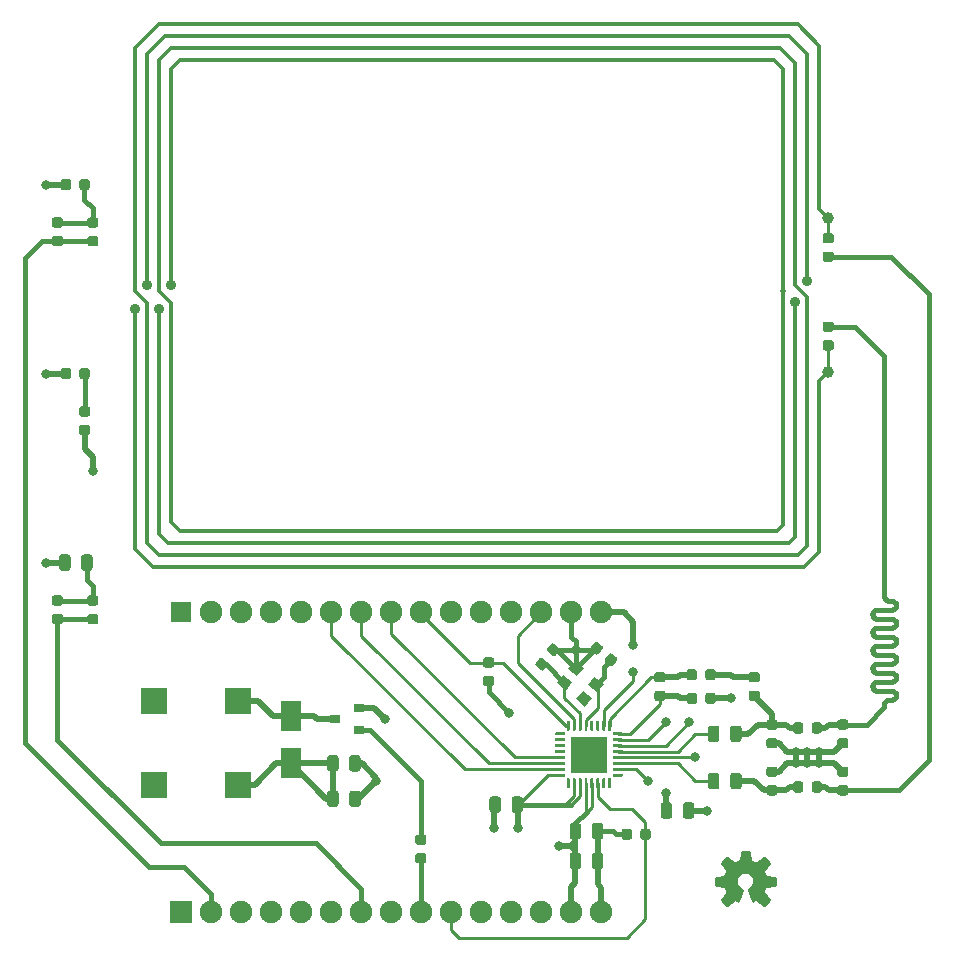
<source format=gtl>
G04 #@! TF.GenerationSoftware,KiCad,Pcbnew,(5.1.6)-1*
G04 #@! TF.CreationDate,2022-02-06T18:42:46-08:00*
G04 #@! TF.ProjectId,MFRC522 PCB ESP32,4d465243-3532-4322-9050-434220455350,rev?*
G04 #@! TF.SameCoordinates,Original*
G04 #@! TF.FileFunction,Copper,L1,Top*
G04 #@! TF.FilePolarity,Positive*
%FSLAX46Y46*%
G04 Gerber Fmt 4.6, Leading zero omitted, Abs format (unit mm)*
G04 Created by KiCad (PCBNEW (5.1.6)-1) date 2022-02-06 18:42:46*
%MOMM*%
%LPD*%
G01*
G04 APERTURE LIST*
G04 #@! TA.AperFunction,EtchedComponent*
%ADD10C,0.254000*%
G04 #@! TD*
G04 #@! TA.AperFunction,EtchedComponent*
%ADD11C,0.100000*%
G04 #@! TD*
G04 #@! TA.AperFunction,ComponentPad*
%ADD12O,1.900000X1.900000*%
G04 #@! TD*
G04 #@! TA.AperFunction,ComponentPad*
%ADD13R,1.900000X1.900000*%
G04 #@! TD*
G04 #@! TA.AperFunction,ComponentPad*
%ADD14R,1.700000X1.700000*%
G04 #@! TD*
G04 #@! TA.AperFunction,SMDPad,CuDef*
%ADD15C,0.100000*%
G04 #@! TD*
G04 #@! TA.AperFunction,SMDPad,CuDef*
%ADD16R,3.100000X3.100000*%
G04 #@! TD*
G04 #@! TA.AperFunction,SMDPad,CuDef*
%ADD17R,0.900000X0.800000*%
G04 #@! TD*
G04 #@! TA.AperFunction,SMDPad,CuDef*
%ADD18R,1.800000X2.500000*%
G04 #@! TD*
G04 #@! TA.AperFunction,SMDPad,CuDef*
%ADD19R,2.300000X2.300000*%
G04 #@! TD*
G04 #@! TA.AperFunction,SMDPad,CuDef*
%ADD20C,1.000000*%
G04 #@! TD*
G04 #@! TA.AperFunction,ViaPad*
%ADD21C,0.500000*%
G04 #@! TD*
G04 #@! TA.AperFunction,ViaPad*
%ADD22C,0.800000*%
G04 #@! TD*
G04 #@! TA.AperFunction,ViaPad*
%ADD23C,0.907000*%
G04 #@! TD*
G04 #@! TA.AperFunction,Conductor*
%ADD24C,0.356000*%
G04 #@! TD*
G04 #@! TA.AperFunction,Conductor*
%ADD25C,0.254000*%
G04 #@! TD*
G04 #@! TA.AperFunction,Conductor*
%ADD26C,0.508000*%
G04 #@! TD*
G04 #@! TA.AperFunction,Conductor*
%ADD27C,0.381000*%
G04 #@! TD*
G04 APERTURE END LIST*
D10*
X240054000Y-119733000D02*
X240418000Y-120613000D01*
X239082000Y-120613000D02*
X239446000Y-119733000D01*
X238186000Y-121002000D02*
X238825000Y-120481000D01*
X237748000Y-120564000D02*
X238186000Y-121002000D01*
X238269000Y-119925000D02*
X237748000Y-120564000D01*
X237229000Y-119310000D02*
X238048000Y-119393000D01*
X237229000Y-118690000D02*
X237229000Y-119310000D01*
X238048000Y-118607000D02*
X237229000Y-118690000D01*
X237748000Y-117436000D02*
X238269000Y-118075000D01*
X238186000Y-116998000D02*
X237748000Y-117436000D01*
X238825000Y-117519000D02*
X238186000Y-116998000D01*
X239440000Y-116479000D02*
X239357000Y-117298000D01*
X240060000Y-116479000D02*
X239440000Y-116479000D01*
X240143000Y-117298000D02*
X240060000Y-116479000D01*
X241314000Y-116998000D02*
X240675000Y-117519000D01*
X241752000Y-117436000D02*
X241314000Y-116998000D01*
X241231000Y-118075000D02*
X241752000Y-117436000D01*
X242271000Y-118690000D02*
X241452000Y-118607000D01*
X242271000Y-119310000D02*
X242271000Y-118690000D01*
X241452000Y-119393000D02*
X242271000Y-119310000D01*
X241752000Y-120564000D02*
X241231000Y-119925000D01*
X241314000Y-121002000D02*
X241752000Y-120564000D01*
X240675000Y-120481000D02*
X241314000Y-121002000D01*
D11*
G36*
X240418000Y-120613000D02*
G01*
X240550000Y-120552000D01*
X240675000Y-120481000D01*
X241314000Y-121002000D01*
X241752000Y-120564000D01*
X241231000Y-119925000D01*
X241324000Y-119756000D01*
X241398000Y-119578000D01*
X241452000Y-119393000D01*
X242271000Y-119310000D01*
X242271000Y-118690000D01*
X241452000Y-118607000D01*
X241398000Y-118422000D01*
X241324000Y-118244000D01*
X241231000Y-118075000D01*
X241752000Y-117436000D01*
X241314000Y-116998000D01*
X240675000Y-117519000D01*
X240506000Y-117426000D01*
X240328000Y-117352000D01*
X240143000Y-117298000D01*
X240060000Y-116479000D01*
X239440000Y-116479000D01*
X239357000Y-117298000D01*
X239172000Y-117352000D01*
X238994000Y-117426000D01*
X238825000Y-117519000D01*
X238186000Y-116998000D01*
X237748000Y-117436000D01*
X238269000Y-118075000D01*
X238176000Y-118244000D01*
X238102000Y-118422000D01*
X238048000Y-118607000D01*
X237229000Y-118690000D01*
X237229000Y-119310000D01*
X238048000Y-119393000D01*
X238102000Y-119578000D01*
X238176000Y-119756000D01*
X238269000Y-119925000D01*
X237748000Y-120564000D01*
X238186000Y-121002000D01*
X238825000Y-120481000D01*
X238950000Y-120552000D01*
X239082000Y-120613000D01*
X239446000Y-119733000D01*
X239362000Y-119693000D01*
X239283000Y-119642000D01*
X239211000Y-119583000D01*
X239146000Y-119516000D01*
X239090000Y-119441000D01*
X239043000Y-119360000D01*
X239005000Y-119275000D01*
X238978000Y-119185000D01*
X238962000Y-119093000D01*
X238956000Y-119000000D01*
X238962000Y-118902000D01*
X238980000Y-118806000D01*
X239010000Y-118713000D01*
X239051000Y-118624000D01*
X239103000Y-118541000D01*
X239164000Y-118465000D01*
X239234000Y-118396000D01*
X239313000Y-118338000D01*
X239398000Y-118289000D01*
X239488000Y-118251000D01*
X239582000Y-118224000D01*
X239679000Y-118210000D01*
X239777000Y-118207000D01*
X239874000Y-118216000D01*
X239970000Y-118237000D01*
X240062000Y-118270000D01*
X240149000Y-118314000D01*
X240231000Y-118369000D01*
X240305000Y-118433000D01*
X240371000Y-118505000D01*
X240427000Y-118585000D01*
X240473000Y-118672000D01*
X240508000Y-118763000D01*
X240531000Y-118858000D01*
X240542000Y-118956000D01*
X240542000Y-119053000D01*
X240529000Y-119151000D01*
X240505000Y-119245000D01*
X240469000Y-119336000D01*
X240422000Y-119422000D01*
X240365000Y-119502000D01*
X240299000Y-119574000D01*
X240224000Y-119637000D01*
X240142000Y-119690000D01*
X240054000Y-119733000D01*
X240418000Y-120613000D01*
G37*
D10*
X240053863Y-119733555D02*
G75*
G03*
X238956000Y-119000000I-303863J733555D01*
G01*
X238956460Y-118999703D02*
G75*
G03*
X239446000Y-119733000I793540J-297D01*
G01*
X238824927Y-120480446D02*
G75*
G03*
X239082000Y-120613000I926073J1480446D01*
G01*
X238048509Y-119392320D02*
G75*
G03*
X238269000Y-119925000I1701491J392320D01*
G01*
X238268740Y-118074191D02*
G75*
G03*
X238048000Y-118607000I1481260J-925809D01*
G01*
X239357680Y-117298509D02*
G75*
G03*
X238825000Y-117519000I392320J-1701491D01*
G01*
X240675809Y-117518740D02*
G75*
G03*
X240143000Y-117298000I-925809J-1481260D01*
G01*
X241451491Y-118607680D02*
G75*
G03*
X241231000Y-118075000I-1701491J-392320D01*
G01*
X241231260Y-119925809D02*
G75*
G03*
X241452000Y-119393000I-1481260J925809D01*
G01*
X240417837Y-120613535D02*
G75*
G03*
X240675000Y-120481000I-668837J1613535D01*
G01*
D12*
X227560000Y-121600000D03*
X225020000Y-121600000D03*
X222480000Y-121600000D03*
X219940000Y-121600000D03*
X217400000Y-121600000D03*
X214860000Y-121600000D03*
X212320000Y-121600000D03*
X209780000Y-121600000D03*
X207240000Y-121600000D03*
X204700000Y-121600000D03*
X202160000Y-121600000D03*
X199620000Y-121600000D03*
X197080000Y-121600000D03*
X194540000Y-121600000D03*
D13*
X192000000Y-121600000D03*
D12*
X227560000Y-96200000D03*
X225020000Y-96200000D03*
X222480000Y-96200000D03*
X219940000Y-96200000D03*
X217400000Y-96200000D03*
X214860000Y-96200000D03*
X212320000Y-96200000D03*
X209780000Y-96200000D03*
X207240000Y-96200000D03*
X204700000Y-96200000D03*
X202160000Y-96200000D03*
X199620000Y-96200000D03*
X197080000Y-96200000D03*
X194540000Y-96200000D03*
D14*
X192000000Y-96200000D03*
G04 #@! TA.AperFunction,SMDPad,CuDef*
D15*
G36*
X226769476Y-103493753D02*
G01*
X226203088Y-104193184D01*
X225425942Y-103563863D01*
X225992330Y-102864432D01*
X226769476Y-103493753D01*
G37*
G04 #@! TD.AperFunction*
G04 #@! TA.AperFunction,SMDPad,CuDef*
G36*
X225098612Y-102140714D02*
G01*
X224532224Y-102840145D01*
X223755078Y-102210824D01*
X224321466Y-101511393D01*
X225098612Y-102140714D01*
G37*
G04 #@! TD.AperFunction*
G04 #@! TA.AperFunction,SMDPad,CuDef*
G36*
X226074058Y-100936137D02*
G01*
X225507670Y-101635568D01*
X224730524Y-101006247D01*
X225296912Y-100306816D01*
X226074058Y-100936137D01*
G37*
G04 #@! TD.AperFunction*
G04 #@! TA.AperFunction,SMDPad,CuDef*
G36*
X227744922Y-102289176D02*
G01*
X227178534Y-102988607D01*
X226401388Y-102359286D01*
X226967776Y-101659855D01*
X227744922Y-102289176D01*
G37*
G04 #@! TD.AperFunction*
D16*
X226500000Y-108250000D03*
G04 #@! TA.AperFunction,SMDPad,CuDef*
G36*
G01*
X224437500Y-110125000D02*
X223687500Y-110125000D01*
G75*
G02*
X223625000Y-110062500I0J62500D01*
G01*
X223625000Y-109937500D01*
G75*
G02*
X223687500Y-109875000I62500J0D01*
G01*
X224437500Y-109875000D01*
G75*
G02*
X224500000Y-109937500I0J-62500D01*
G01*
X224500000Y-110062500D01*
G75*
G02*
X224437500Y-110125000I-62500J0D01*
G01*
G37*
G04 #@! TD.AperFunction*
G04 #@! TA.AperFunction,SMDPad,CuDef*
G36*
G01*
X224437500Y-109625000D02*
X223687500Y-109625000D01*
G75*
G02*
X223625000Y-109562500I0J62500D01*
G01*
X223625000Y-109437500D01*
G75*
G02*
X223687500Y-109375000I62500J0D01*
G01*
X224437500Y-109375000D01*
G75*
G02*
X224500000Y-109437500I0J-62500D01*
G01*
X224500000Y-109562500D01*
G75*
G02*
X224437500Y-109625000I-62500J0D01*
G01*
G37*
G04 #@! TD.AperFunction*
G04 #@! TA.AperFunction,SMDPad,CuDef*
G36*
G01*
X224437500Y-109125000D02*
X223687500Y-109125000D01*
G75*
G02*
X223625000Y-109062500I0J62500D01*
G01*
X223625000Y-108937500D01*
G75*
G02*
X223687500Y-108875000I62500J0D01*
G01*
X224437500Y-108875000D01*
G75*
G02*
X224500000Y-108937500I0J-62500D01*
G01*
X224500000Y-109062500D01*
G75*
G02*
X224437500Y-109125000I-62500J0D01*
G01*
G37*
G04 #@! TD.AperFunction*
G04 #@! TA.AperFunction,SMDPad,CuDef*
G36*
G01*
X224437500Y-108625000D02*
X223687500Y-108625000D01*
G75*
G02*
X223625000Y-108562500I0J62500D01*
G01*
X223625000Y-108437500D01*
G75*
G02*
X223687500Y-108375000I62500J0D01*
G01*
X224437500Y-108375000D01*
G75*
G02*
X224500000Y-108437500I0J-62500D01*
G01*
X224500000Y-108562500D01*
G75*
G02*
X224437500Y-108625000I-62500J0D01*
G01*
G37*
G04 #@! TD.AperFunction*
G04 #@! TA.AperFunction,SMDPad,CuDef*
G36*
G01*
X224437500Y-108125000D02*
X223687500Y-108125000D01*
G75*
G02*
X223625000Y-108062500I0J62500D01*
G01*
X223625000Y-107937500D01*
G75*
G02*
X223687500Y-107875000I62500J0D01*
G01*
X224437500Y-107875000D01*
G75*
G02*
X224500000Y-107937500I0J-62500D01*
G01*
X224500000Y-108062500D01*
G75*
G02*
X224437500Y-108125000I-62500J0D01*
G01*
G37*
G04 #@! TD.AperFunction*
G04 #@! TA.AperFunction,SMDPad,CuDef*
G36*
G01*
X224437500Y-107625000D02*
X223687500Y-107625000D01*
G75*
G02*
X223625000Y-107562500I0J62500D01*
G01*
X223625000Y-107437500D01*
G75*
G02*
X223687500Y-107375000I62500J0D01*
G01*
X224437500Y-107375000D01*
G75*
G02*
X224500000Y-107437500I0J-62500D01*
G01*
X224500000Y-107562500D01*
G75*
G02*
X224437500Y-107625000I-62500J0D01*
G01*
G37*
G04 #@! TD.AperFunction*
G04 #@! TA.AperFunction,SMDPad,CuDef*
G36*
G01*
X224437500Y-107125000D02*
X223687500Y-107125000D01*
G75*
G02*
X223625000Y-107062500I0J62500D01*
G01*
X223625000Y-106937500D01*
G75*
G02*
X223687500Y-106875000I62500J0D01*
G01*
X224437500Y-106875000D01*
G75*
G02*
X224500000Y-106937500I0J-62500D01*
G01*
X224500000Y-107062500D01*
G75*
G02*
X224437500Y-107125000I-62500J0D01*
G01*
G37*
G04 #@! TD.AperFunction*
G04 #@! TA.AperFunction,SMDPad,CuDef*
G36*
G01*
X224437500Y-106625000D02*
X223687500Y-106625000D01*
G75*
G02*
X223625000Y-106562500I0J62500D01*
G01*
X223625000Y-106437500D01*
G75*
G02*
X223687500Y-106375000I62500J0D01*
G01*
X224437500Y-106375000D01*
G75*
G02*
X224500000Y-106437500I0J-62500D01*
G01*
X224500000Y-106562500D01*
G75*
G02*
X224437500Y-106625000I-62500J0D01*
G01*
G37*
G04 #@! TD.AperFunction*
G04 #@! TA.AperFunction,SMDPad,CuDef*
G36*
G01*
X224812500Y-106250000D02*
X224687500Y-106250000D01*
G75*
G02*
X224625000Y-106187500I0J62500D01*
G01*
X224625000Y-105437500D01*
G75*
G02*
X224687500Y-105375000I62500J0D01*
G01*
X224812500Y-105375000D01*
G75*
G02*
X224875000Y-105437500I0J-62500D01*
G01*
X224875000Y-106187500D01*
G75*
G02*
X224812500Y-106250000I-62500J0D01*
G01*
G37*
G04 #@! TD.AperFunction*
G04 #@! TA.AperFunction,SMDPad,CuDef*
G36*
G01*
X225312500Y-106250000D02*
X225187500Y-106250000D01*
G75*
G02*
X225125000Y-106187500I0J62500D01*
G01*
X225125000Y-105437500D01*
G75*
G02*
X225187500Y-105375000I62500J0D01*
G01*
X225312500Y-105375000D01*
G75*
G02*
X225375000Y-105437500I0J-62500D01*
G01*
X225375000Y-106187500D01*
G75*
G02*
X225312500Y-106250000I-62500J0D01*
G01*
G37*
G04 #@! TD.AperFunction*
G04 #@! TA.AperFunction,SMDPad,CuDef*
G36*
G01*
X225812500Y-106250000D02*
X225687500Y-106250000D01*
G75*
G02*
X225625000Y-106187500I0J62500D01*
G01*
X225625000Y-105437500D01*
G75*
G02*
X225687500Y-105375000I62500J0D01*
G01*
X225812500Y-105375000D01*
G75*
G02*
X225875000Y-105437500I0J-62500D01*
G01*
X225875000Y-106187500D01*
G75*
G02*
X225812500Y-106250000I-62500J0D01*
G01*
G37*
G04 #@! TD.AperFunction*
G04 #@! TA.AperFunction,SMDPad,CuDef*
G36*
G01*
X226312500Y-106250000D02*
X226187500Y-106250000D01*
G75*
G02*
X226125000Y-106187500I0J62500D01*
G01*
X226125000Y-105437500D01*
G75*
G02*
X226187500Y-105375000I62500J0D01*
G01*
X226312500Y-105375000D01*
G75*
G02*
X226375000Y-105437500I0J-62500D01*
G01*
X226375000Y-106187500D01*
G75*
G02*
X226312500Y-106250000I-62500J0D01*
G01*
G37*
G04 #@! TD.AperFunction*
G04 #@! TA.AperFunction,SMDPad,CuDef*
G36*
G01*
X226812500Y-106250000D02*
X226687500Y-106250000D01*
G75*
G02*
X226625000Y-106187500I0J62500D01*
G01*
X226625000Y-105437500D01*
G75*
G02*
X226687500Y-105375000I62500J0D01*
G01*
X226812500Y-105375000D01*
G75*
G02*
X226875000Y-105437500I0J-62500D01*
G01*
X226875000Y-106187500D01*
G75*
G02*
X226812500Y-106250000I-62500J0D01*
G01*
G37*
G04 #@! TD.AperFunction*
G04 #@! TA.AperFunction,SMDPad,CuDef*
G36*
G01*
X227312500Y-106250000D02*
X227187500Y-106250000D01*
G75*
G02*
X227125000Y-106187500I0J62500D01*
G01*
X227125000Y-105437500D01*
G75*
G02*
X227187500Y-105375000I62500J0D01*
G01*
X227312500Y-105375000D01*
G75*
G02*
X227375000Y-105437500I0J-62500D01*
G01*
X227375000Y-106187500D01*
G75*
G02*
X227312500Y-106250000I-62500J0D01*
G01*
G37*
G04 #@! TD.AperFunction*
G04 #@! TA.AperFunction,SMDPad,CuDef*
G36*
G01*
X227812500Y-106250000D02*
X227687500Y-106250000D01*
G75*
G02*
X227625000Y-106187500I0J62500D01*
G01*
X227625000Y-105437500D01*
G75*
G02*
X227687500Y-105375000I62500J0D01*
G01*
X227812500Y-105375000D01*
G75*
G02*
X227875000Y-105437500I0J-62500D01*
G01*
X227875000Y-106187500D01*
G75*
G02*
X227812500Y-106250000I-62500J0D01*
G01*
G37*
G04 #@! TD.AperFunction*
G04 #@! TA.AperFunction,SMDPad,CuDef*
G36*
G01*
X228312500Y-106250000D02*
X228187500Y-106250000D01*
G75*
G02*
X228125000Y-106187500I0J62500D01*
G01*
X228125000Y-105437500D01*
G75*
G02*
X228187500Y-105375000I62500J0D01*
G01*
X228312500Y-105375000D01*
G75*
G02*
X228375000Y-105437500I0J-62500D01*
G01*
X228375000Y-106187500D01*
G75*
G02*
X228312500Y-106250000I-62500J0D01*
G01*
G37*
G04 #@! TD.AperFunction*
G04 #@! TA.AperFunction,SMDPad,CuDef*
G36*
G01*
X229312500Y-106625000D02*
X228562500Y-106625000D01*
G75*
G02*
X228500000Y-106562500I0J62500D01*
G01*
X228500000Y-106437500D01*
G75*
G02*
X228562500Y-106375000I62500J0D01*
G01*
X229312500Y-106375000D01*
G75*
G02*
X229375000Y-106437500I0J-62500D01*
G01*
X229375000Y-106562500D01*
G75*
G02*
X229312500Y-106625000I-62500J0D01*
G01*
G37*
G04 #@! TD.AperFunction*
G04 #@! TA.AperFunction,SMDPad,CuDef*
G36*
G01*
X229312500Y-107125000D02*
X228562500Y-107125000D01*
G75*
G02*
X228500000Y-107062500I0J62500D01*
G01*
X228500000Y-106937500D01*
G75*
G02*
X228562500Y-106875000I62500J0D01*
G01*
X229312500Y-106875000D01*
G75*
G02*
X229375000Y-106937500I0J-62500D01*
G01*
X229375000Y-107062500D01*
G75*
G02*
X229312500Y-107125000I-62500J0D01*
G01*
G37*
G04 #@! TD.AperFunction*
G04 #@! TA.AperFunction,SMDPad,CuDef*
G36*
G01*
X229312500Y-107625000D02*
X228562500Y-107625000D01*
G75*
G02*
X228500000Y-107562500I0J62500D01*
G01*
X228500000Y-107437500D01*
G75*
G02*
X228562500Y-107375000I62500J0D01*
G01*
X229312500Y-107375000D01*
G75*
G02*
X229375000Y-107437500I0J-62500D01*
G01*
X229375000Y-107562500D01*
G75*
G02*
X229312500Y-107625000I-62500J0D01*
G01*
G37*
G04 #@! TD.AperFunction*
G04 #@! TA.AperFunction,SMDPad,CuDef*
G36*
G01*
X229312500Y-108125000D02*
X228562500Y-108125000D01*
G75*
G02*
X228500000Y-108062500I0J62500D01*
G01*
X228500000Y-107937500D01*
G75*
G02*
X228562500Y-107875000I62500J0D01*
G01*
X229312500Y-107875000D01*
G75*
G02*
X229375000Y-107937500I0J-62500D01*
G01*
X229375000Y-108062500D01*
G75*
G02*
X229312500Y-108125000I-62500J0D01*
G01*
G37*
G04 #@! TD.AperFunction*
G04 #@! TA.AperFunction,SMDPad,CuDef*
G36*
G01*
X229312500Y-108625000D02*
X228562500Y-108625000D01*
G75*
G02*
X228500000Y-108562500I0J62500D01*
G01*
X228500000Y-108437500D01*
G75*
G02*
X228562500Y-108375000I62500J0D01*
G01*
X229312500Y-108375000D01*
G75*
G02*
X229375000Y-108437500I0J-62500D01*
G01*
X229375000Y-108562500D01*
G75*
G02*
X229312500Y-108625000I-62500J0D01*
G01*
G37*
G04 #@! TD.AperFunction*
G04 #@! TA.AperFunction,SMDPad,CuDef*
G36*
G01*
X229312500Y-109125000D02*
X228562500Y-109125000D01*
G75*
G02*
X228500000Y-109062500I0J62500D01*
G01*
X228500000Y-108937500D01*
G75*
G02*
X228562500Y-108875000I62500J0D01*
G01*
X229312500Y-108875000D01*
G75*
G02*
X229375000Y-108937500I0J-62500D01*
G01*
X229375000Y-109062500D01*
G75*
G02*
X229312500Y-109125000I-62500J0D01*
G01*
G37*
G04 #@! TD.AperFunction*
G04 #@! TA.AperFunction,SMDPad,CuDef*
G36*
G01*
X229312500Y-109625000D02*
X228562500Y-109625000D01*
G75*
G02*
X228500000Y-109562500I0J62500D01*
G01*
X228500000Y-109437500D01*
G75*
G02*
X228562500Y-109375000I62500J0D01*
G01*
X229312500Y-109375000D01*
G75*
G02*
X229375000Y-109437500I0J-62500D01*
G01*
X229375000Y-109562500D01*
G75*
G02*
X229312500Y-109625000I-62500J0D01*
G01*
G37*
G04 #@! TD.AperFunction*
G04 #@! TA.AperFunction,SMDPad,CuDef*
G36*
G01*
X229312500Y-110125000D02*
X228562500Y-110125000D01*
G75*
G02*
X228500000Y-110062500I0J62500D01*
G01*
X228500000Y-109937500D01*
G75*
G02*
X228562500Y-109875000I62500J0D01*
G01*
X229312500Y-109875000D01*
G75*
G02*
X229375000Y-109937500I0J-62500D01*
G01*
X229375000Y-110062500D01*
G75*
G02*
X229312500Y-110125000I-62500J0D01*
G01*
G37*
G04 #@! TD.AperFunction*
G04 #@! TA.AperFunction,SMDPad,CuDef*
G36*
G01*
X228312500Y-111125000D02*
X228187500Y-111125000D01*
G75*
G02*
X228125000Y-111062500I0J62500D01*
G01*
X228125000Y-110312500D01*
G75*
G02*
X228187500Y-110250000I62500J0D01*
G01*
X228312500Y-110250000D01*
G75*
G02*
X228375000Y-110312500I0J-62500D01*
G01*
X228375000Y-111062500D01*
G75*
G02*
X228312500Y-111125000I-62500J0D01*
G01*
G37*
G04 #@! TD.AperFunction*
G04 #@! TA.AperFunction,SMDPad,CuDef*
G36*
G01*
X227812500Y-111125000D02*
X227687500Y-111125000D01*
G75*
G02*
X227625000Y-111062500I0J62500D01*
G01*
X227625000Y-110312500D01*
G75*
G02*
X227687500Y-110250000I62500J0D01*
G01*
X227812500Y-110250000D01*
G75*
G02*
X227875000Y-110312500I0J-62500D01*
G01*
X227875000Y-111062500D01*
G75*
G02*
X227812500Y-111125000I-62500J0D01*
G01*
G37*
G04 #@! TD.AperFunction*
G04 #@! TA.AperFunction,SMDPad,CuDef*
G36*
G01*
X227312500Y-111125000D02*
X227187500Y-111125000D01*
G75*
G02*
X227125000Y-111062500I0J62500D01*
G01*
X227125000Y-110312500D01*
G75*
G02*
X227187500Y-110250000I62500J0D01*
G01*
X227312500Y-110250000D01*
G75*
G02*
X227375000Y-110312500I0J-62500D01*
G01*
X227375000Y-111062500D01*
G75*
G02*
X227312500Y-111125000I-62500J0D01*
G01*
G37*
G04 #@! TD.AperFunction*
G04 #@! TA.AperFunction,SMDPad,CuDef*
G36*
G01*
X226812500Y-111125000D02*
X226687500Y-111125000D01*
G75*
G02*
X226625000Y-111062500I0J62500D01*
G01*
X226625000Y-110312500D01*
G75*
G02*
X226687500Y-110250000I62500J0D01*
G01*
X226812500Y-110250000D01*
G75*
G02*
X226875000Y-110312500I0J-62500D01*
G01*
X226875000Y-111062500D01*
G75*
G02*
X226812500Y-111125000I-62500J0D01*
G01*
G37*
G04 #@! TD.AperFunction*
G04 #@! TA.AperFunction,SMDPad,CuDef*
G36*
G01*
X226312500Y-111125000D02*
X226187500Y-111125000D01*
G75*
G02*
X226125000Y-111062500I0J62500D01*
G01*
X226125000Y-110312500D01*
G75*
G02*
X226187500Y-110250000I62500J0D01*
G01*
X226312500Y-110250000D01*
G75*
G02*
X226375000Y-110312500I0J-62500D01*
G01*
X226375000Y-111062500D01*
G75*
G02*
X226312500Y-111125000I-62500J0D01*
G01*
G37*
G04 #@! TD.AperFunction*
G04 #@! TA.AperFunction,SMDPad,CuDef*
G36*
G01*
X225812500Y-111125000D02*
X225687500Y-111125000D01*
G75*
G02*
X225625000Y-111062500I0J62500D01*
G01*
X225625000Y-110312500D01*
G75*
G02*
X225687500Y-110250000I62500J0D01*
G01*
X225812500Y-110250000D01*
G75*
G02*
X225875000Y-110312500I0J-62500D01*
G01*
X225875000Y-111062500D01*
G75*
G02*
X225812500Y-111125000I-62500J0D01*
G01*
G37*
G04 #@! TD.AperFunction*
G04 #@! TA.AperFunction,SMDPad,CuDef*
G36*
G01*
X225312500Y-111125000D02*
X225187500Y-111125000D01*
G75*
G02*
X225125000Y-111062500I0J62500D01*
G01*
X225125000Y-110312500D01*
G75*
G02*
X225187500Y-110250000I62500J0D01*
G01*
X225312500Y-110250000D01*
G75*
G02*
X225375000Y-110312500I0J-62500D01*
G01*
X225375000Y-111062500D01*
G75*
G02*
X225312500Y-111125000I-62500J0D01*
G01*
G37*
G04 #@! TD.AperFunction*
G04 #@! TA.AperFunction,SMDPad,CuDef*
G36*
G01*
X224812500Y-111125000D02*
X224687500Y-111125000D01*
G75*
G02*
X224625000Y-111062500I0J62500D01*
G01*
X224625000Y-110312500D01*
G75*
G02*
X224687500Y-110250000I62500J0D01*
G01*
X224812500Y-110250000D01*
G75*
G02*
X224875000Y-110312500I0J-62500D01*
G01*
X224875000Y-111062500D01*
G75*
G02*
X224812500Y-111125000I-62500J0D01*
G01*
G37*
G04 #@! TD.AperFunction*
G04 #@! TA.AperFunction,SMDPad,CuDef*
G36*
G01*
X205300000Y-108543750D02*
X205300000Y-109456250D01*
G75*
G02*
X205056250Y-109700000I-243750J0D01*
G01*
X204568750Y-109700000D01*
G75*
G02*
X204325000Y-109456250I0J243750D01*
G01*
X204325000Y-108543750D01*
G75*
G02*
X204568750Y-108300000I243750J0D01*
G01*
X205056250Y-108300000D01*
G75*
G02*
X205300000Y-108543750I0J-243750D01*
G01*
G37*
G04 #@! TD.AperFunction*
G04 #@! TA.AperFunction,SMDPad,CuDef*
G36*
G01*
X207175000Y-108543750D02*
X207175000Y-109456250D01*
G75*
G02*
X206931250Y-109700000I-243750J0D01*
G01*
X206443750Y-109700000D01*
G75*
G02*
X206200000Y-109456250I0J243750D01*
G01*
X206200000Y-108543750D01*
G75*
G02*
X206443750Y-108300000I243750J0D01*
G01*
X206931250Y-108300000D01*
G75*
G02*
X207175000Y-108543750I0J-243750D01*
G01*
G37*
G04 #@! TD.AperFunction*
G04 #@! TA.AperFunction,SMDPad,CuDef*
G36*
G01*
X184756250Y-95650000D02*
X184243750Y-95650000D01*
G75*
G02*
X184025000Y-95431250I0J218750D01*
G01*
X184025000Y-94993750D01*
G75*
G02*
X184243750Y-94775000I218750J0D01*
G01*
X184756250Y-94775000D01*
G75*
G02*
X184975000Y-94993750I0J-218750D01*
G01*
X184975000Y-95431250D01*
G75*
G02*
X184756250Y-95650000I-218750J0D01*
G01*
G37*
G04 #@! TD.AperFunction*
G04 #@! TA.AperFunction,SMDPad,CuDef*
G36*
G01*
X184756250Y-97225000D02*
X184243750Y-97225000D01*
G75*
G02*
X184025000Y-97006250I0J218750D01*
G01*
X184025000Y-96568750D01*
G75*
G02*
X184243750Y-96350000I218750J0D01*
G01*
X184756250Y-96350000D01*
G75*
G02*
X184975000Y-96568750I0J-218750D01*
G01*
X184975000Y-97006250D01*
G75*
G02*
X184756250Y-97225000I-218750J0D01*
G01*
G37*
G04 #@! TD.AperFunction*
G04 #@! TA.AperFunction,SMDPad,CuDef*
G36*
G01*
X184756250Y-63650000D02*
X184243750Y-63650000D01*
G75*
G02*
X184025000Y-63431250I0J218750D01*
G01*
X184025000Y-62993750D01*
G75*
G02*
X184243750Y-62775000I218750J0D01*
G01*
X184756250Y-62775000D01*
G75*
G02*
X184975000Y-62993750I0J-218750D01*
G01*
X184975000Y-63431250D01*
G75*
G02*
X184756250Y-63650000I-218750J0D01*
G01*
G37*
G04 #@! TD.AperFunction*
G04 #@! TA.AperFunction,SMDPad,CuDef*
G36*
G01*
X184756250Y-65225000D02*
X184243750Y-65225000D01*
G75*
G02*
X184025000Y-65006250I0J218750D01*
G01*
X184025000Y-64568750D01*
G75*
G02*
X184243750Y-64350000I218750J0D01*
G01*
X184756250Y-64350000D01*
G75*
G02*
X184975000Y-64568750I0J-218750D01*
G01*
X184975000Y-65006250D01*
G75*
G02*
X184756250Y-65225000I-218750J0D01*
G01*
G37*
G04 #@! TD.AperFunction*
G04 #@! TA.AperFunction,SMDPad,CuDef*
G36*
G01*
X212506250Y-115900000D02*
X211993750Y-115900000D01*
G75*
G02*
X211775000Y-115681250I0J218750D01*
G01*
X211775000Y-115243750D01*
G75*
G02*
X211993750Y-115025000I218750J0D01*
G01*
X212506250Y-115025000D01*
G75*
G02*
X212725000Y-115243750I0J-218750D01*
G01*
X212725000Y-115681250D01*
G75*
G02*
X212506250Y-115900000I-218750J0D01*
G01*
G37*
G04 #@! TD.AperFunction*
G04 #@! TA.AperFunction,SMDPad,CuDef*
G36*
G01*
X212506250Y-117475000D02*
X211993750Y-117475000D01*
G75*
G02*
X211775000Y-117256250I0J218750D01*
G01*
X211775000Y-116818750D01*
G75*
G02*
X211993750Y-116600000I218750J0D01*
G01*
X212506250Y-116600000D01*
G75*
G02*
X212725000Y-116818750I0J-218750D01*
G01*
X212725000Y-117256250D01*
G75*
G02*
X212506250Y-117475000I-218750J0D01*
G01*
G37*
G04 #@! TD.AperFunction*
G04 #@! TA.AperFunction,SMDPad,CuDef*
G36*
G01*
X181756250Y-95650000D02*
X181243750Y-95650000D01*
G75*
G02*
X181025000Y-95431250I0J218750D01*
G01*
X181025000Y-94993750D01*
G75*
G02*
X181243750Y-94775000I218750J0D01*
G01*
X181756250Y-94775000D01*
G75*
G02*
X181975000Y-94993750I0J-218750D01*
G01*
X181975000Y-95431250D01*
G75*
G02*
X181756250Y-95650000I-218750J0D01*
G01*
G37*
G04 #@! TD.AperFunction*
G04 #@! TA.AperFunction,SMDPad,CuDef*
G36*
G01*
X181756250Y-97225000D02*
X181243750Y-97225000D01*
G75*
G02*
X181025000Y-97006250I0J218750D01*
G01*
X181025000Y-96568750D01*
G75*
G02*
X181243750Y-96350000I218750J0D01*
G01*
X181756250Y-96350000D01*
G75*
G02*
X181975000Y-96568750I0J-218750D01*
G01*
X181975000Y-97006250D01*
G75*
G02*
X181756250Y-97225000I-218750J0D01*
G01*
G37*
G04 #@! TD.AperFunction*
G04 #@! TA.AperFunction,SMDPad,CuDef*
G36*
G01*
X205300000Y-111543750D02*
X205300000Y-112456250D01*
G75*
G02*
X205056250Y-112700000I-243750J0D01*
G01*
X204568750Y-112700000D01*
G75*
G02*
X204325000Y-112456250I0J243750D01*
G01*
X204325000Y-111543750D01*
G75*
G02*
X204568750Y-111300000I243750J0D01*
G01*
X205056250Y-111300000D01*
G75*
G02*
X205300000Y-111543750I0J-243750D01*
G01*
G37*
G04 #@! TD.AperFunction*
G04 #@! TA.AperFunction,SMDPad,CuDef*
G36*
G01*
X207175000Y-111543750D02*
X207175000Y-112456250D01*
G75*
G02*
X206931250Y-112700000I-243750J0D01*
G01*
X206443750Y-112700000D01*
G75*
G02*
X206200000Y-112456250I0J243750D01*
G01*
X206200000Y-111543750D01*
G75*
G02*
X206443750Y-111300000I243750J0D01*
G01*
X206931250Y-111300000D01*
G75*
G02*
X207175000Y-111543750I0J-243750D01*
G01*
G37*
G04 #@! TD.AperFunction*
G04 #@! TA.AperFunction,SMDPad,CuDef*
G36*
G01*
X232243750Y-102850000D02*
X232756250Y-102850000D01*
G75*
G02*
X232975000Y-103068750I0J-218750D01*
G01*
X232975000Y-103506250D01*
G75*
G02*
X232756250Y-103725000I-218750J0D01*
G01*
X232243750Y-103725000D01*
G75*
G02*
X232025000Y-103506250I0J218750D01*
G01*
X232025000Y-103068750D01*
G75*
G02*
X232243750Y-102850000I218750J0D01*
G01*
G37*
G04 #@! TD.AperFunction*
G04 #@! TA.AperFunction,SMDPad,CuDef*
G36*
G01*
X232243750Y-101275000D02*
X232756250Y-101275000D01*
G75*
G02*
X232975000Y-101493750I0J-218750D01*
G01*
X232975000Y-101931250D01*
G75*
G02*
X232756250Y-102150000I-218750J0D01*
G01*
X232243750Y-102150000D01*
G75*
G02*
X232025000Y-101931250I0J218750D01*
G01*
X232025000Y-101493750D01*
G75*
G02*
X232243750Y-101275000I218750J0D01*
G01*
G37*
G04 #@! TD.AperFunction*
G04 #@! TA.AperFunction,SMDPad,CuDef*
G36*
G01*
X240243750Y-102850000D02*
X240756250Y-102850000D01*
G75*
G02*
X240975000Y-103068750I0J-218750D01*
G01*
X240975000Y-103506250D01*
G75*
G02*
X240756250Y-103725000I-218750J0D01*
G01*
X240243750Y-103725000D01*
G75*
G02*
X240025000Y-103506250I0J218750D01*
G01*
X240025000Y-103068750D01*
G75*
G02*
X240243750Y-102850000I218750J0D01*
G01*
G37*
G04 #@! TD.AperFunction*
G04 #@! TA.AperFunction,SMDPad,CuDef*
G36*
G01*
X240243750Y-101275000D02*
X240756250Y-101275000D01*
G75*
G02*
X240975000Y-101493750I0J-218750D01*
G01*
X240975000Y-101931250D01*
G75*
G02*
X240756250Y-102150000I-218750J0D01*
G01*
X240243750Y-102150000D01*
G75*
G02*
X240025000Y-101931250I0J218750D01*
G01*
X240025000Y-101493750D01*
G75*
G02*
X240243750Y-101275000I218750J0D01*
G01*
G37*
G04 #@! TD.AperFunction*
G04 #@! TA.AperFunction,SMDPad,CuDef*
G36*
G01*
X181756250Y-63650000D02*
X181243750Y-63650000D01*
G75*
G02*
X181025000Y-63431250I0J218750D01*
G01*
X181025000Y-62993750D01*
G75*
G02*
X181243750Y-62775000I218750J0D01*
G01*
X181756250Y-62775000D01*
G75*
G02*
X181975000Y-62993750I0J-218750D01*
G01*
X181975000Y-63431250D01*
G75*
G02*
X181756250Y-63650000I-218750J0D01*
G01*
G37*
G04 #@! TD.AperFunction*
G04 #@! TA.AperFunction,SMDPad,CuDef*
G36*
G01*
X181756250Y-65225000D02*
X181243750Y-65225000D01*
G75*
G02*
X181025000Y-65006250I0J218750D01*
G01*
X181025000Y-64568750D01*
G75*
G02*
X181243750Y-64350000I218750J0D01*
G01*
X181756250Y-64350000D01*
G75*
G02*
X181975000Y-64568750I0J-218750D01*
G01*
X181975000Y-65006250D01*
G75*
G02*
X181756250Y-65225000I-218750J0D01*
G01*
G37*
G04 #@! TD.AperFunction*
G04 #@! TA.AperFunction,SMDPad,CuDef*
G36*
G01*
X184056250Y-79650000D02*
X183543750Y-79650000D01*
G75*
G02*
X183325000Y-79431250I0J218750D01*
G01*
X183325000Y-78993750D01*
G75*
G02*
X183543750Y-78775000I218750J0D01*
G01*
X184056250Y-78775000D01*
G75*
G02*
X184275000Y-78993750I0J-218750D01*
G01*
X184275000Y-79431250D01*
G75*
G02*
X184056250Y-79650000I-218750J0D01*
G01*
G37*
G04 #@! TD.AperFunction*
G04 #@! TA.AperFunction,SMDPad,CuDef*
G36*
G01*
X184056250Y-81225000D02*
X183543750Y-81225000D01*
G75*
G02*
X183325000Y-81006250I0J218750D01*
G01*
X183325000Y-80568750D01*
G75*
G02*
X183543750Y-80350000I218750J0D01*
G01*
X184056250Y-80350000D01*
G75*
G02*
X184275000Y-80568750I0J-218750D01*
G01*
X184275000Y-81006250D01*
G75*
G02*
X184056250Y-81225000I-218750J0D01*
G01*
G37*
G04 #@! TD.AperFunction*
G04 #@! TA.AperFunction,SMDPad,CuDef*
G36*
G01*
X230150000Y-114743750D02*
X230150000Y-115256250D01*
G75*
G02*
X229931250Y-115475000I-218750J0D01*
G01*
X229493750Y-115475000D01*
G75*
G02*
X229275000Y-115256250I0J218750D01*
G01*
X229275000Y-114743750D01*
G75*
G02*
X229493750Y-114525000I218750J0D01*
G01*
X229931250Y-114525000D01*
G75*
G02*
X230150000Y-114743750I0J-218750D01*
G01*
G37*
G04 #@! TD.AperFunction*
G04 #@! TA.AperFunction,SMDPad,CuDef*
G36*
G01*
X231725000Y-114743750D02*
X231725000Y-115256250D01*
G75*
G02*
X231506250Y-115475000I-218750J0D01*
G01*
X231068750Y-115475000D01*
G75*
G02*
X230850000Y-115256250I0J218750D01*
G01*
X230850000Y-114743750D01*
G75*
G02*
X231068750Y-114525000I218750J0D01*
G01*
X231506250Y-114525000D01*
G75*
G02*
X231725000Y-114743750I0J-218750D01*
G01*
G37*
G04 #@! TD.AperFunction*
G04 #@! TA.AperFunction,SMDPad,CuDef*
G36*
G01*
X217743750Y-101600000D02*
X218256250Y-101600000D01*
G75*
G02*
X218475000Y-101818750I0J-218750D01*
G01*
X218475000Y-102256250D01*
G75*
G02*
X218256250Y-102475000I-218750J0D01*
G01*
X217743750Y-102475000D01*
G75*
G02*
X217525000Y-102256250I0J218750D01*
G01*
X217525000Y-101818750D01*
G75*
G02*
X217743750Y-101600000I218750J0D01*
G01*
G37*
G04 #@! TD.AperFunction*
G04 #@! TA.AperFunction,SMDPad,CuDef*
G36*
G01*
X217743750Y-100025000D02*
X218256250Y-100025000D01*
G75*
G02*
X218475000Y-100243750I0J-218750D01*
G01*
X218475000Y-100681250D01*
G75*
G02*
X218256250Y-100900000I-218750J0D01*
G01*
X217743750Y-100900000D01*
G75*
G02*
X217525000Y-100681250I0J218750D01*
G01*
X217525000Y-100243750D01*
G75*
G02*
X217743750Y-100025000I218750J0D01*
G01*
G37*
G04 #@! TD.AperFunction*
D17*
X205000000Y-105250000D03*
X207000000Y-104300000D03*
X207000000Y-106200000D03*
G04 #@! TA.AperFunction,SMDPad,CuDef*
G36*
G01*
X183512500Y-92456250D02*
X183512500Y-91543750D01*
G75*
G02*
X183756250Y-91300000I243750J0D01*
G01*
X184243750Y-91300000D01*
G75*
G02*
X184487500Y-91543750I0J-243750D01*
G01*
X184487500Y-92456250D01*
G75*
G02*
X184243750Y-92700000I-243750J0D01*
G01*
X183756250Y-92700000D01*
G75*
G02*
X183512500Y-92456250I0J243750D01*
G01*
G37*
G04 #@! TD.AperFunction*
G04 #@! TA.AperFunction,SMDPad,CuDef*
G36*
G01*
X181637500Y-92456250D02*
X181637500Y-91543750D01*
G75*
G02*
X181881250Y-91300000I243750J0D01*
G01*
X182368750Y-91300000D01*
G75*
G02*
X182612500Y-91543750I0J-243750D01*
G01*
X182612500Y-92456250D01*
G75*
G02*
X182368750Y-92700000I-243750J0D01*
G01*
X181881250Y-92700000D01*
G75*
G02*
X181637500Y-92456250I0J243750D01*
G01*
G37*
G04 #@! TD.AperFunction*
G04 #@! TA.AperFunction,SMDPad,CuDef*
G36*
G01*
X183350000Y-60256250D02*
X183350000Y-59743750D01*
G75*
G02*
X183568750Y-59525000I218750J0D01*
G01*
X184006250Y-59525000D01*
G75*
G02*
X184225000Y-59743750I0J-218750D01*
G01*
X184225000Y-60256250D01*
G75*
G02*
X184006250Y-60475000I-218750J0D01*
G01*
X183568750Y-60475000D01*
G75*
G02*
X183350000Y-60256250I0J218750D01*
G01*
G37*
G04 #@! TD.AperFunction*
G04 #@! TA.AperFunction,SMDPad,CuDef*
G36*
G01*
X181775000Y-60256250D02*
X181775000Y-59743750D01*
G75*
G02*
X181993750Y-59525000I218750J0D01*
G01*
X182431250Y-59525000D01*
G75*
G02*
X182650000Y-59743750I0J-218750D01*
G01*
X182650000Y-60256250D01*
G75*
G02*
X182431250Y-60475000I-218750J0D01*
G01*
X181993750Y-60475000D01*
G75*
G02*
X181775000Y-60256250I0J218750D01*
G01*
G37*
G04 #@! TD.AperFunction*
G04 #@! TA.AperFunction,SMDPad,CuDef*
G36*
G01*
X183350000Y-76256250D02*
X183350000Y-75743750D01*
G75*
G02*
X183568750Y-75525000I218750J0D01*
G01*
X184006250Y-75525000D01*
G75*
G02*
X184225000Y-75743750I0J-218750D01*
G01*
X184225000Y-76256250D01*
G75*
G02*
X184006250Y-76475000I-218750J0D01*
G01*
X183568750Y-76475000D01*
G75*
G02*
X183350000Y-76256250I0J218750D01*
G01*
G37*
G04 #@! TD.AperFunction*
G04 #@! TA.AperFunction,SMDPad,CuDef*
G36*
G01*
X181775000Y-76256250D02*
X181775000Y-75743750D01*
G75*
G02*
X181993750Y-75525000I218750J0D01*
G01*
X182431250Y-75525000D01*
G75*
G02*
X182650000Y-75743750I0J-218750D01*
G01*
X182650000Y-76256250D01*
G75*
G02*
X182431250Y-76475000I-218750J0D01*
G01*
X181993750Y-76475000D01*
G75*
G02*
X181775000Y-76256250I0J218750D01*
G01*
G37*
G04 #@! TD.AperFunction*
G04 #@! TA.AperFunction,SMDPad,CuDef*
G36*
G01*
X238450000Y-106956250D02*
X238450000Y-106043750D01*
G75*
G02*
X238693750Y-105800000I243750J0D01*
G01*
X239181250Y-105800000D01*
G75*
G02*
X239425000Y-106043750I0J-243750D01*
G01*
X239425000Y-106956250D01*
G75*
G02*
X239181250Y-107200000I-243750J0D01*
G01*
X238693750Y-107200000D01*
G75*
G02*
X238450000Y-106956250I0J243750D01*
G01*
G37*
G04 #@! TD.AperFunction*
G04 #@! TA.AperFunction,SMDPad,CuDef*
G36*
G01*
X236575000Y-106956250D02*
X236575000Y-106043750D01*
G75*
G02*
X236818750Y-105800000I243750J0D01*
G01*
X237306250Y-105800000D01*
G75*
G02*
X237550000Y-106043750I0J-243750D01*
G01*
X237550000Y-106956250D01*
G75*
G02*
X237306250Y-107200000I-243750J0D01*
G01*
X236818750Y-107200000D01*
G75*
G02*
X236575000Y-106956250I0J243750D01*
G01*
G37*
G04 #@! TD.AperFunction*
G04 #@! TA.AperFunction,SMDPad,CuDef*
G36*
G01*
X237550000Y-110043750D02*
X237550000Y-110956250D01*
G75*
G02*
X237306250Y-111200000I-243750J0D01*
G01*
X236818750Y-111200000D01*
G75*
G02*
X236575000Y-110956250I0J243750D01*
G01*
X236575000Y-110043750D01*
G75*
G02*
X236818750Y-109800000I243750J0D01*
G01*
X237306250Y-109800000D01*
G75*
G02*
X237550000Y-110043750I0J-243750D01*
G01*
G37*
G04 #@! TD.AperFunction*
G04 #@! TA.AperFunction,SMDPad,CuDef*
G36*
G01*
X239425000Y-110043750D02*
X239425000Y-110956250D01*
G75*
G02*
X239181250Y-111200000I-243750J0D01*
G01*
X238693750Y-111200000D01*
G75*
G02*
X238450000Y-110956250I0J243750D01*
G01*
X238450000Y-110043750D01*
G75*
G02*
X238693750Y-109800000I243750J0D01*
G01*
X239181250Y-109800000D01*
G75*
G02*
X239425000Y-110043750I0J-243750D01*
G01*
G37*
G04 #@! TD.AperFunction*
D18*
X201250000Y-105000000D03*
X201250000Y-109000000D03*
G04 #@! TA.AperFunction,SMDPad,CuDef*
G36*
G01*
X244650000Y-105743750D02*
X244650000Y-106256250D01*
G75*
G02*
X244431250Y-106475000I-218750J0D01*
G01*
X243993750Y-106475000D01*
G75*
G02*
X243775000Y-106256250I0J218750D01*
G01*
X243775000Y-105743750D01*
G75*
G02*
X243993750Y-105525000I218750J0D01*
G01*
X244431250Y-105525000D01*
G75*
G02*
X244650000Y-105743750I0J-218750D01*
G01*
G37*
G04 #@! TD.AperFunction*
G04 #@! TA.AperFunction,SMDPad,CuDef*
G36*
G01*
X246225000Y-105743750D02*
X246225000Y-106256250D01*
G75*
G02*
X246006250Y-106475000I-218750J0D01*
G01*
X245568750Y-106475000D01*
G75*
G02*
X245350000Y-106256250I0J218750D01*
G01*
X245350000Y-105743750D01*
G75*
G02*
X245568750Y-105525000I218750J0D01*
G01*
X246006250Y-105525000D01*
G75*
G02*
X246225000Y-105743750I0J-218750D01*
G01*
G37*
G04 #@! TD.AperFunction*
G04 #@! TA.AperFunction,SMDPad,CuDef*
G36*
G01*
X236350000Y-101756250D02*
X236350000Y-101243750D01*
G75*
G02*
X236568750Y-101025000I218750J0D01*
G01*
X237006250Y-101025000D01*
G75*
G02*
X237225000Y-101243750I0J-218750D01*
G01*
X237225000Y-101756250D01*
G75*
G02*
X237006250Y-101975000I-218750J0D01*
G01*
X236568750Y-101975000D01*
G75*
G02*
X236350000Y-101756250I0J218750D01*
G01*
G37*
G04 #@! TD.AperFunction*
G04 #@! TA.AperFunction,SMDPad,CuDef*
G36*
G01*
X234775000Y-101756250D02*
X234775000Y-101243750D01*
G75*
G02*
X234993750Y-101025000I218750J0D01*
G01*
X235431250Y-101025000D01*
G75*
G02*
X235650000Y-101243750I0J-218750D01*
G01*
X235650000Y-101756250D01*
G75*
G02*
X235431250Y-101975000I-218750J0D01*
G01*
X234993750Y-101975000D01*
G75*
G02*
X234775000Y-101756250I0J218750D01*
G01*
G37*
G04 #@! TD.AperFunction*
G04 #@! TA.AperFunction,SMDPad,CuDef*
G36*
G01*
X235650000Y-103243750D02*
X235650000Y-103756250D01*
G75*
G02*
X235431250Y-103975000I-218750J0D01*
G01*
X234993750Y-103975000D01*
G75*
G02*
X234775000Y-103756250I0J218750D01*
G01*
X234775000Y-103243750D01*
G75*
G02*
X234993750Y-103025000I218750J0D01*
G01*
X235431250Y-103025000D01*
G75*
G02*
X235650000Y-103243750I0J-218750D01*
G01*
G37*
G04 #@! TD.AperFunction*
G04 #@! TA.AperFunction,SMDPad,CuDef*
G36*
G01*
X237225000Y-103243750D02*
X237225000Y-103756250D01*
G75*
G02*
X237006250Y-103975000I-218750J0D01*
G01*
X236568750Y-103975000D01*
G75*
G02*
X236350000Y-103756250I0J218750D01*
G01*
X236350000Y-103243750D01*
G75*
G02*
X236568750Y-103025000I218750J0D01*
G01*
X237006250Y-103025000D01*
G75*
G02*
X237225000Y-103243750I0J-218750D01*
G01*
G37*
G04 #@! TD.AperFunction*
G04 #@! TA.AperFunction,SMDPad,CuDef*
G36*
G01*
X247743750Y-106850000D02*
X248256250Y-106850000D01*
G75*
G02*
X248475000Y-107068750I0J-218750D01*
G01*
X248475000Y-107506250D01*
G75*
G02*
X248256250Y-107725000I-218750J0D01*
G01*
X247743750Y-107725000D01*
G75*
G02*
X247525000Y-107506250I0J218750D01*
G01*
X247525000Y-107068750D01*
G75*
G02*
X247743750Y-106850000I218750J0D01*
G01*
G37*
G04 #@! TD.AperFunction*
G04 #@! TA.AperFunction,SMDPad,CuDef*
G36*
G01*
X247743750Y-105275000D02*
X248256250Y-105275000D01*
G75*
G02*
X248475000Y-105493750I0J-218750D01*
G01*
X248475000Y-105931250D01*
G75*
G02*
X248256250Y-106150000I-218750J0D01*
G01*
X247743750Y-106150000D01*
G75*
G02*
X247525000Y-105931250I0J218750D01*
G01*
X247525000Y-105493750D01*
G75*
G02*
X247743750Y-105275000I218750J0D01*
G01*
G37*
G04 #@! TD.AperFunction*
G04 #@! TA.AperFunction,SMDPad,CuDef*
G36*
G01*
X245350000Y-111256250D02*
X245350000Y-110743750D01*
G75*
G02*
X245568750Y-110525000I218750J0D01*
G01*
X246006250Y-110525000D01*
G75*
G02*
X246225000Y-110743750I0J-218750D01*
G01*
X246225000Y-111256250D01*
G75*
G02*
X246006250Y-111475000I-218750J0D01*
G01*
X245568750Y-111475000D01*
G75*
G02*
X245350000Y-111256250I0J218750D01*
G01*
G37*
G04 #@! TD.AperFunction*
G04 #@! TA.AperFunction,SMDPad,CuDef*
G36*
G01*
X243775000Y-111256250D02*
X243775000Y-110743750D01*
G75*
G02*
X243993750Y-110525000I218750J0D01*
G01*
X244431250Y-110525000D01*
G75*
G02*
X244650000Y-110743750I0J-218750D01*
G01*
X244650000Y-111256250D01*
G75*
G02*
X244431250Y-111475000I-218750J0D01*
G01*
X243993750Y-111475000D01*
G75*
G02*
X243775000Y-111256250I0J218750D01*
G01*
G37*
G04 #@! TD.AperFunction*
G04 #@! TA.AperFunction,SMDPad,CuDef*
G36*
G01*
X234450000Y-113456250D02*
X234450000Y-112543750D01*
G75*
G02*
X234693750Y-112300000I243750J0D01*
G01*
X235181250Y-112300000D01*
G75*
G02*
X235425000Y-112543750I0J-243750D01*
G01*
X235425000Y-113456250D01*
G75*
G02*
X235181250Y-113700000I-243750J0D01*
G01*
X234693750Y-113700000D01*
G75*
G02*
X234450000Y-113456250I0J243750D01*
G01*
G37*
G04 #@! TD.AperFunction*
G04 #@! TA.AperFunction,SMDPad,CuDef*
G36*
G01*
X232575000Y-113456250D02*
X232575000Y-112543750D01*
G75*
G02*
X232818750Y-112300000I243750J0D01*
G01*
X233306250Y-112300000D01*
G75*
G02*
X233550000Y-112543750I0J-243750D01*
G01*
X233550000Y-113456250D01*
G75*
G02*
X233306250Y-113700000I-243750J0D01*
G01*
X232818750Y-113700000D01*
G75*
G02*
X232575000Y-113456250I0J243750D01*
G01*
G37*
G04 #@! TD.AperFunction*
G04 #@! TA.AperFunction,SMDPad,CuDef*
G36*
G01*
X241743750Y-110850000D02*
X242256250Y-110850000D01*
G75*
G02*
X242475000Y-111068750I0J-218750D01*
G01*
X242475000Y-111506250D01*
G75*
G02*
X242256250Y-111725000I-218750J0D01*
G01*
X241743750Y-111725000D01*
G75*
G02*
X241525000Y-111506250I0J218750D01*
G01*
X241525000Y-111068750D01*
G75*
G02*
X241743750Y-110850000I218750J0D01*
G01*
G37*
G04 #@! TD.AperFunction*
G04 #@! TA.AperFunction,SMDPad,CuDef*
G36*
G01*
X241743750Y-109275000D02*
X242256250Y-109275000D01*
G75*
G02*
X242475000Y-109493750I0J-218750D01*
G01*
X242475000Y-109931250D01*
G75*
G02*
X242256250Y-110150000I-218750J0D01*
G01*
X241743750Y-110150000D01*
G75*
G02*
X241525000Y-109931250I0J218750D01*
G01*
X241525000Y-109493750D01*
G75*
G02*
X241743750Y-109275000I218750J0D01*
G01*
G37*
G04 #@! TD.AperFunction*
G04 #@! TA.AperFunction,SMDPad,CuDef*
G36*
G01*
X241743750Y-106850000D02*
X242256250Y-106850000D01*
G75*
G02*
X242475000Y-107068750I0J-218750D01*
G01*
X242475000Y-107506250D01*
G75*
G02*
X242256250Y-107725000I-218750J0D01*
G01*
X241743750Y-107725000D01*
G75*
G02*
X241525000Y-107506250I0J218750D01*
G01*
X241525000Y-107068750D01*
G75*
G02*
X241743750Y-106850000I218750J0D01*
G01*
G37*
G04 #@! TD.AperFunction*
G04 #@! TA.AperFunction,SMDPad,CuDef*
G36*
G01*
X241743750Y-105275000D02*
X242256250Y-105275000D01*
G75*
G02*
X242475000Y-105493750I0J-218750D01*
G01*
X242475000Y-105931250D01*
G75*
G02*
X242256250Y-106150000I-218750J0D01*
G01*
X241743750Y-106150000D01*
G75*
G02*
X241525000Y-105931250I0J218750D01*
G01*
X241525000Y-105493750D01*
G75*
G02*
X241743750Y-105275000I218750J0D01*
G01*
G37*
G04 #@! TD.AperFunction*
G04 #@! TA.AperFunction,SMDPad,CuDef*
G36*
G01*
X219050000Y-112043750D02*
X219050000Y-112956250D01*
G75*
G02*
X218806250Y-113200000I-243750J0D01*
G01*
X218318750Y-113200000D01*
G75*
G02*
X218075000Y-112956250I0J243750D01*
G01*
X218075000Y-112043750D01*
G75*
G02*
X218318750Y-111800000I243750J0D01*
G01*
X218806250Y-111800000D01*
G75*
G02*
X219050000Y-112043750I0J-243750D01*
G01*
G37*
G04 #@! TD.AperFunction*
G04 #@! TA.AperFunction,SMDPad,CuDef*
G36*
G01*
X220925000Y-112043750D02*
X220925000Y-112956250D01*
G75*
G02*
X220681250Y-113200000I-243750J0D01*
G01*
X220193750Y-113200000D01*
G75*
G02*
X219950000Y-112956250I0J243750D01*
G01*
X219950000Y-112043750D01*
G75*
G02*
X220193750Y-111800000I243750J0D01*
G01*
X220681250Y-111800000D01*
G75*
G02*
X220925000Y-112043750I0J-243750D01*
G01*
G37*
G04 #@! TD.AperFunction*
G04 #@! TA.AperFunction,SMDPad,CuDef*
G36*
G01*
X247743750Y-110850000D02*
X248256250Y-110850000D01*
G75*
G02*
X248475000Y-111068750I0J-218750D01*
G01*
X248475000Y-111506250D01*
G75*
G02*
X248256250Y-111725000I-218750J0D01*
G01*
X247743750Y-111725000D01*
G75*
G02*
X247525000Y-111506250I0J218750D01*
G01*
X247525000Y-111068750D01*
G75*
G02*
X247743750Y-110850000I218750J0D01*
G01*
G37*
G04 #@! TD.AperFunction*
G04 #@! TA.AperFunction,SMDPad,CuDef*
G36*
G01*
X247743750Y-109275000D02*
X248256250Y-109275000D01*
G75*
G02*
X248475000Y-109493750I0J-218750D01*
G01*
X248475000Y-109931250D01*
G75*
G02*
X248256250Y-110150000I-218750J0D01*
G01*
X247743750Y-110150000D01*
G75*
G02*
X247525000Y-109931250I0J218750D01*
G01*
X247525000Y-109493750D01*
G75*
G02*
X247743750Y-109275000I218750J0D01*
G01*
G37*
G04 #@! TD.AperFunction*
G04 #@! TA.AperFunction,SMDPad,CuDef*
G36*
G01*
X225840000Y-114293750D02*
X225840000Y-115206250D01*
G75*
G02*
X225596250Y-115450000I-243750J0D01*
G01*
X225108750Y-115450000D01*
G75*
G02*
X224865000Y-115206250I0J243750D01*
G01*
X224865000Y-114293750D01*
G75*
G02*
X225108750Y-114050000I243750J0D01*
G01*
X225596250Y-114050000D01*
G75*
G02*
X225840000Y-114293750I0J-243750D01*
G01*
G37*
G04 #@! TD.AperFunction*
G04 #@! TA.AperFunction,SMDPad,CuDef*
G36*
G01*
X227715000Y-114293750D02*
X227715000Y-115206250D01*
G75*
G02*
X227471250Y-115450000I-243750J0D01*
G01*
X226983750Y-115450000D01*
G75*
G02*
X226740000Y-115206250I0J243750D01*
G01*
X226740000Y-114293750D01*
G75*
G02*
X226983750Y-114050000I243750J0D01*
G01*
X227471250Y-114050000D01*
G75*
G02*
X227715000Y-114293750I0J-243750D01*
G01*
G37*
G04 #@! TD.AperFunction*
G04 #@! TA.AperFunction,SMDPad,CuDef*
G36*
G01*
X225840000Y-116793750D02*
X225840000Y-117706250D01*
G75*
G02*
X225596250Y-117950000I-243750J0D01*
G01*
X225108750Y-117950000D01*
G75*
G02*
X224865000Y-117706250I0J243750D01*
G01*
X224865000Y-116793750D01*
G75*
G02*
X225108750Y-116550000I243750J0D01*
G01*
X225596250Y-116550000D01*
G75*
G02*
X225840000Y-116793750I0J-243750D01*
G01*
G37*
G04 #@! TD.AperFunction*
G04 #@! TA.AperFunction,SMDPad,CuDef*
G36*
G01*
X227715000Y-116793750D02*
X227715000Y-117706250D01*
G75*
G02*
X227471250Y-117950000I-243750J0D01*
G01*
X226983750Y-117950000D01*
G75*
G02*
X226740000Y-117706250I0J243750D01*
G01*
X226740000Y-116793750D01*
G75*
G02*
X226983750Y-116550000I243750J0D01*
G01*
X227471250Y-116550000D01*
G75*
G02*
X227715000Y-116793750I0J-243750D01*
G01*
G37*
G04 #@! TD.AperFunction*
G04 #@! TA.AperFunction,SMDPad,CuDef*
G36*
G01*
X227860737Y-100169406D02*
X228183264Y-99771119D01*
G75*
G02*
X228490929Y-99738782I170001J-137664D01*
G01*
X228830930Y-100014109D01*
G75*
G02*
X228863267Y-100321774I-137664J-170001D01*
G01*
X228540740Y-100720061D01*
G75*
G02*
X228233075Y-100752398I-170001J137664D01*
G01*
X227893074Y-100477071D01*
G75*
G02*
X227860737Y-100169406I137664J170001D01*
G01*
G37*
G04 #@! TD.AperFunction*
G04 #@! TA.AperFunction,SMDPad,CuDef*
G36*
G01*
X226636733Y-99178226D02*
X226959260Y-98779939D01*
G75*
G02*
X227266925Y-98747602I170001J-137664D01*
G01*
X227606926Y-99022929D01*
G75*
G02*
X227639263Y-99330594I-137664J-170001D01*
G01*
X227316736Y-99728881D01*
G75*
G02*
X227009071Y-99761218I-170001J137664D01*
G01*
X226669070Y-99485891D01*
G75*
G02*
X226636733Y-99178226I137664J170001D01*
G01*
G37*
G04 #@! TD.AperFunction*
G04 #@! TA.AperFunction,SMDPad,CuDef*
G36*
G01*
X222580594Y-100110737D02*
X222978881Y-100433264D01*
G75*
G02*
X223011218Y-100740929I-137664J-170001D01*
G01*
X222735891Y-101080930D01*
G75*
G02*
X222428226Y-101113267I-170001J137664D01*
G01*
X222029939Y-100790740D01*
G75*
G02*
X221997602Y-100483075I137664J170001D01*
G01*
X222272929Y-100143074D01*
G75*
G02*
X222580594Y-100110737I170001J-137664D01*
G01*
G37*
G04 #@! TD.AperFunction*
G04 #@! TA.AperFunction,SMDPad,CuDef*
G36*
G01*
X223571774Y-98886733D02*
X223970061Y-99209260D01*
G75*
G02*
X224002398Y-99516925I-137664J-170001D01*
G01*
X223727071Y-99856926D01*
G75*
G02*
X223419406Y-99889263I-170001J137664D01*
G01*
X223021119Y-99566736D01*
G75*
G02*
X222988782Y-99259071I137664J170001D01*
G01*
X223264109Y-98919070D01*
G75*
G02*
X223571774Y-98886733I170001J-137664D01*
G01*
G37*
G04 #@! TD.AperFunction*
D19*
X196800000Y-103700000D03*
X189700000Y-103700000D03*
X189700000Y-110800000D03*
X196800000Y-110800000D03*
D20*
X246757360Y-62823635D03*
X246757360Y-75823635D03*
G04 #@! TA.AperFunction,SMDPad,CuDef*
G36*
G01*
X246501110Y-73173635D02*
X247013610Y-73173635D01*
G75*
G02*
X247232360Y-73392385I0J-218750D01*
G01*
X247232360Y-73829885D01*
G75*
G02*
X247013610Y-74048635I-218750J0D01*
G01*
X246501110Y-74048635D01*
G75*
G02*
X246282360Y-73829885I0J218750D01*
G01*
X246282360Y-73392385D01*
G75*
G02*
X246501110Y-73173635I218750J0D01*
G01*
G37*
G04 #@! TD.AperFunction*
G04 #@! TA.AperFunction,SMDPad,CuDef*
G36*
G01*
X246501110Y-71598635D02*
X247013610Y-71598635D01*
G75*
G02*
X247232360Y-71817385I0J-218750D01*
G01*
X247232360Y-72254885D01*
G75*
G02*
X247013610Y-72473635I-218750J0D01*
G01*
X246501110Y-72473635D01*
G75*
G02*
X246282360Y-72254885I0J218750D01*
G01*
X246282360Y-71817385D01*
G75*
G02*
X246501110Y-71598635I218750J0D01*
G01*
G37*
G04 #@! TD.AperFunction*
G04 #@! TA.AperFunction,SMDPad,CuDef*
G36*
G01*
X246501110Y-65673635D02*
X247013610Y-65673635D01*
G75*
G02*
X247232360Y-65892385I0J-218750D01*
G01*
X247232360Y-66329885D01*
G75*
G02*
X247013610Y-66548635I-218750J0D01*
G01*
X246501110Y-66548635D01*
G75*
G02*
X246282360Y-66329885I0J218750D01*
G01*
X246282360Y-65892385D01*
G75*
G02*
X246501110Y-65673635I218750J0D01*
G01*
G37*
G04 #@! TD.AperFunction*
G04 #@! TA.AperFunction,SMDPad,CuDef*
G36*
G01*
X246501110Y-64098635D02*
X247013610Y-64098635D01*
G75*
G02*
X247232360Y-64317385I0J-218750D01*
G01*
X247232360Y-64754885D01*
G75*
G02*
X247013610Y-64973635I-218750J0D01*
G01*
X246501110Y-64973635D01*
G75*
G02*
X246282360Y-64754885I0J218750D01*
G01*
X246282360Y-64317385D01*
G75*
G02*
X246501110Y-64098635I218750J0D01*
G01*
G37*
G04 #@! TD.AperFunction*
D21*
X189250000Y-103250000D03*
X190250000Y-103250000D03*
X190250000Y-104250000D03*
X189250000Y-104250000D03*
D22*
X227500000Y-109250000D03*
X226500000Y-109250000D03*
X225500000Y-109250000D03*
X225500000Y-108250000D03*
X226500000Y-108250000D03*
X227500000Y-108250000D03*
X227500000Y-107250000D03*
X226500000Y-107250000D03*
X225500000Y-107250000D03*
D21*
X226000000Y-103500000D03*
D23*
X191097000Y-68534000D03*
X190081000Y-70566000D03*
X243929000Y-69931000D03*
X244945000Y-68153000D03*
X189065000Y-68534000D03*
X188049000Y-70566000D03*
D21*
X242913000Y-69042000D03*
D22*
X246000000Y-109000000D03*
X246000000Y-108000000D03*
X245000000Y-108000000D03*
X244000000Y-108000000D03*
X245000000Y-109000000D03*
X243999970Y-109000000D03*
X238500000Y-103500000D03*
X235000000Y-105500012D03*
X224000000Y-116000000D03*
X231500000Y-110500000D03*
X236500000Y-113000000D03*
X218500000Y-114500000D03*
X209250000Y-105250000D03*
X180500000Y-92000000D03*
X180500000Y-76000000D03*
X180500000Y-60000000D03*
X230250000Y-101250000D03*
X225387998Y-99362002D03*
X184500000Y-84250000D03*
X230250000Y-99000000D03*
X235500000Y-108500000D03*
X233000006Y-105500006D03*
X233000000Y-111500000D03*
X220500000Y-114500000D03*
X219750000Y-104750000D03*
X208500000Y-110500000D03*
D24*
X245969000Y-91132000D02*
X245969000Y-76611995D01*
X244691000Y-92410000D02*
X245969000Y-91132000D01*
X188049000Y-70566000D02*
X188049000Y-90886000D01*
X189573000Y-92410000D02*
X244691000Y-92410000D01*
X188049000Y-90886000D02*
X189573000Y-92410000D01*
X245969000Y-76611995D02*
X246757360Y-75823635D01*
X242913000Y-50246000D02*
X242913000Y-69042000D01*
X242151000Y-49484000D02*
X242913000Y-50246000D01*
X191859000Y-49484000D02*
X242151000Y-49484000D01*
X191097000Y-50246000D02*
X191859000Y-49484000D01*
X191097000Y-68534000D02*
X191097000Y-50246000D01*
X189065000Y-48976000D02*
X189065000Y-68534000D01*
X190589000Y-47452000D02*
X189065000Y-48976000D01*
X243421000Y-47452000D02*
X190589000Y-47452000D01*
X244945000Y-48976000D02*
X243421000Y-47452000D01*
X244945000Y-68153000D02*
X244945000Y-48976000D01*
X190081000Y-89616000D02*
X190081000Y-70566000D01*
X190843000Y-90378000D02*
X190081000Y-89616000D01*
X243421000Y-90378000D02*
X190843000Y-90378000D01*
X243929000Y-89870000D02*
X243421000Y-90378000D01*
X243929000Y-69931000D02*
X243929000Y-89870000D01*
X242913000Y-88854000D02*
X242913000Y-69042000D01*
X244183000Y-91394000D02*
X244945000Y-90632000D01*
X190081000Y-69042000D02*
X191097000Y-70058000D01*
X190081000Y-91394000D02*
X244183000Y-91394000D01*
X189065000Y-70058000D02*
X189065000Y-90378000D01*
X246757360Y-62823635D02*
X245969000Y-62035275D01*
X188049000Y-48468000D02*
X188049000Y-69042000D01*
X189065000Y-90378000D02*
X190081000Y-91394000D01*
X190081000Y-49484000D02*
X190081000Y-69042000D01*
X191097000Y-48468000D02*
X190081000Y-49484000D01*
X188049000Y-69042000D02*
X189065000Y-70058000D01*
X190081000Y-46436000D02*
X188049000Y-48468000D01*
X244945000Y-90632000D02*
X244945000Y-69550000D01*
X244945000Y-69550000D02*
X243929000Y-68534000D01*
X243929000Y-68534000D02*
X243929000Y-49738000D01*
X243929000Y-49738000D02*
X242659000Y-48468000D01*
X244183000Y-46436000D02*
X190081000Y-46436000D01*
X242659000Y-48468000D02*
X191097000Y-48468000D01*
X245969000Y-62035275D02*
X245969000Y-48222000D01*
X191097000Y-70058000D02*
X191097000Y-88600000D01*
X191097000Y-88600000D02*
X191859000Y-89362000D01*
X245969000Y-48222000D02*
X244183000Y-46436000D01*
X191859000Y-89362000D02*
X242405000Y-89362000D01*
X242405000Y-89362000D02*
X242913000Y-88854000D01*
D25*
X246757360Y-62823635D02*
X246757360Y-64536135D01*
X246757360Y-75823635D02*
X246757360Y-73611135D01*
D26*
X245000000Y-108000000D02*
X246000000Y-108000000D01*
X247287500Y-109000000D02*
X248000000Y-109712500D01*
X246000000Y-109000000D02*
X247287500Y-109000000D01*
X246000000Y-108000000D02*
X246000000Y-109000000D01*
X246000000Y-109000000D02*
X243999970Y-109000000D01*
X244000000Y-108000000D02*
X245000000Y-108000000D01*
X245000000Y-108000000D02*
X245000000Y-109000000D01*
X244000000Y-108999970D02*
X243999970Y-109000000D01*
X244000000Y-108000000D02*
X244000000Y-108999970D01*
X242000000Y-109712500D02*
X242574970Y-109712500D01*
X243287470Y-109000000D02*
X243999970Y-109000000D01*
X242574970Y-109712500D02*
X243287470Y-109000000D01*
X243287500Y-108000000D02*
X244000000Y-108000000D01*
X242000000Y-107287500D02*
X242575000Y-107287500D01*
X242575000Y-107287500D02*
X243287500Y-108000000D01*
X247287500Y-108000000D02*
X248000000Y-107287500D01*
X246000000Y-108000000D02*
X247287500Y-108000000D01*
X236787500Y-103500000D02*
X238500000Y-103500000D01*
D25*
X233000012Y-107500000D02*
X235000000Y-105500012D01*
X228937500Y-107500000D02*
X233000012Y-107500000D01*
D26*
X225020000Y-121600000D02*
X225020000Y-119480000D01*
X225020000Y-119480000D02*
X225352500Y-119147500D01*
X225352500Y-119147500D02*
X225352500Y-117250000D01*
X225352500Y-114750000D02*
X225352500Y-117250000D01*
X225352500Y-117250000D02*
X225352500Y-116352500D01*
X225000000Y-116000000D02*
X224000000Y-116000000D01*
X225352500Y-116352500D02*
X225000000Y-116000000D01*
X225352500Y-115647500D02*
X225000000Y-116000000D01*
X225352500Y-114750000D02*
X225352500Y-115647500D01*
D25*
X228937500Y-109500000D02*
X230500000Y-109500000D01*
X230500000Y-109500000D02*
X231500000Y-110500000D01*
D26*
X234937500Y-113000000D02*
X236500000Y-113000000D01*
X236500000Y-113000000D02*
X236500000Y-113000000D01*
X218500000Y-112562500D02*
X218562500Y-112500000D01*
X218500000Y-114500000D02*
X218500000Y-112562500D01*
D25*
X225352500Y-114750000D02*
X225352500Y-114087500D01*
X226750000Y-112690000D02*
X226750000Y-110687500D01*
X226250000Y-110687500D02*
X226250000Y-113080000D01*
D27*
X225352500Y-114087500D02*
X226305000Y-113135000D01*
D25*
X226250000Y-113080000D02*
X226305000Y-113135000D01*
X226305000Y-113135000D02*
X226750000Y-112690000D01*
D27*
X227387998Y-99254410D02*
X227119073Y-99254410D01*
X223495590Y-99387998D02*
X223819097Y-99387998D01*
X223819097Y-99387998D02*
X225402291Y-100971192D01*
X227004410Y-99387998D02*
X227137998Y-99254410D01*
X223495590Y-99387998D02*
X227004410Y-99387998D01*
X225402291Y-100971192D02*
X225387998Y-100956899D01*
X225020000Y-98270000D02*
X225020000Y-96200000D01*
X225387998Y-98637998D02*
X225020000Y-98270000D01*
X225387998Y-100956899D02*
X225387998Y-99362002D01*
D26*
X207000000Y-104300000D02*
X208300000Y-104300000D01*
X208300000Y-104300000D02*
X209250000Y-105250000D01*
X182125000Y-92000000D02*
X180500000Y-92000000D01*
X182212500Y-76000000D02*
X180500000Y-76000000D01*
X182212500Y-60000000D02*
X180500000Y-60000000D01*
X180500000Y-60000000D02*
X180500000Y-60000000D01*
D27*
X227137998Y-99254410D02*
X225773418Y-100618990D01*
X225402291Y-100971192D02*
X225402291Y-100619014D01*
X225402291Y-100619014D02*
X225402267Y-100618990D01*
X225773418Y-100618990D02*
X225402267Y-100618990D01*
D25*
X230250000Y-102000000D02*
X230250000Y-101250000D01*
X227750000Y-105812500D02*
X227750000Y-104500000D01*
X227750000Y-104500000D02*
X230250000Y-102000000D01*
D27*
X225387998Y-99362002D02*
X225387998Y-98637998D01*
D26*
X227560000Y-96200000D02*
X229450000Y-96200000D01*
X229450000Y-96200000D02*
X230250000Y-97000000D01*
X230250000Y-97000000D02*
X230250000Y-99000000D01*
X230250000Y-99000000D02*
X230250000Y-99000000D01*
X183800000Y-82400000D02*
X183800000Y-80787500D01*
X184500000Y-84250000D02*
X184500000Y-83100000D01*
X184500000Y-83100000D02*
X183800000Y-82400000D01*
D27*
X222863078Y-100612002D02*
X224426845Y-102175769D01*
X222504410Y-100612002D02*
X222863078Y-100612002D01*
D25*
X225750000Y-104750000D02*
X225750000Y-105812500D01*
X224426845Y-102175769D02*
X224426845Y-103426845D01*
X224426845Y-103426845D02*
X225750000Y-104750000D01*
D27*
X227073155Y-102324231D02*
X227750000Y-101647386D01*
X227750000Y-100857592D02*
X228362002Y-100245590D01*
X227750000Y-101647386D02*
X227750000Y-100857592D01*
D25*
X227250000Y-102501076D02*
X227073155Y-102324231D01*
X227250000Y-104324148D02*
X227250000Y-102501076D01*
X226250000Y-105812500D02*
X226250000Y-105324148D01*
X226250000Y-105324148D02*
X227250000Y-104324148D01*
X228937500Y-108500000D02*
X235500000Y-108500000D01*
X228937500Y-107000000D02*
X231500012Y-107000000D01*
X231500012Y-107000000D02*
X233000006Y-105500006D01*
X233000006Y-105500006D02*
X233000012Y-105500000D01*
D26*
X227560000Y-121600000D02*
X227560000Y-119560000D01*
X227560000Y-119560000D02*
X227227500Y-119227500D01*
X227227500Y-119227500D02*
X227227500Y-117250000D01*
X227227500Y-117250000D02*
X227227500Y-114750000D01*
X233062500Y-111562500D02*
X233000000Y-111500000D01*
X233062500Y-113000000D02*
X233062500Y-111562500D01*
D27*
X224500000Y-112500000D02*
X220437500Y-112500000D01*
D25*
X225250000Y-110687500D02*
X225250000Y-111750000D01*
X225250000Y-111750000D02*
X224500000Y-112500000D01*
X220437500Y-112500000D02*
X220500000Y-112500000D01*
X223000000Y-110000000D02*
X224062500Y-110000000D01*
X220500000Y-112500000D02*
X223000000Y-110000000D01*
D26*
X220500000Y-112562500D02*
X220437500Y-112500000D01*
X220500000Y-114500000D02*
X220500000Y-112562500D01*
D25*
X225750000Y-110687500D02*
X225750000Y-111750000D01*
X225750000Y-111750000D02*
X225000000Y-112500000D01*
D27*
X225000000Y-112500000D02*
X224500000Y-112500000D01*
X218000000Y-103000000D02*
X218000000Y-102037500D01*
X219750000Y-104750000D02*
X218000000Y-103000000D01*
D26*
X207250000Y-109000000D02*
X206687500Y-109000000D01*
X208500000Y-110500000D02*
X208500000Y-110250000D01*
X208500000Y-110250000D02*
X207250000Y-109000000D01*
X208500000Y-110500000D02*
X208468750Y-110500000D01*
X206968750Y-112000000D02*
X206687500Y-112000000D01*
X208468750Y-110500000D02*
X206968750Y-112000000D01*
D27*
X228750000Y-115000000D02*
X229712500Y-115000000D01*
X227227500Y-114750000D02*
X228500000Y-114750000D01*
X228500000Y-114750000D02*
X228750000Y-115000000D01*
D26*
X243212500Y-105712500D02*
X243500000Y-106000000D01*
X243500000Y-106000000D02*
X244212500Y-106000000D01*
X242000000Y-105712500D02*
X243212500Y-105712500D01*
X242000000Y-105712500D02*
X240787500Y-105712500D01*
X240000000Y-106500000D02*
X238937500Y-106500000D01*
X240787500Y-105712500D02*
X240000000Y-106500000D01*
X242000000Y-104787500D02*
X240500000Y-103287500D01*
X242000000Y-105712500D02*
X242000000Y-104787500D01*
X243500000Y-111000000D02*
X244212500Y-111000000D01*
X243212500Y-111287500D02*
X243500000Y-111000000D01*
X242000000Y-111287500D02*
X243212500Y-111287500D01*
X242000000Y-111287500D02*
X241287500Y-111287500D01*
X240500000Y-110500000D02*
X238937500Y-110500000D01*
X241287500Y-111287500D02*
X240500000Y-110500000D01*
D25*
X232500000Y-104000000D02*
X232500000Y-103287500D01*
X228937500Y-106500000D02*
X230000000Y-106500000D01*
X230000000Y-106500000D02*
X232500000Y-104000000D01*
D26*
X234212500Y-103500000D02*
X235212500Y-103500000D01*
X232500000Y-103287500D02*
X234000000Y-103287500D01*
X234000000Y-103287500D02*
X234212500Y-103500000D01*
X240500000Y-101712500D02*
X238712500Y-101712500D01*
X238500000Y-101500000D02*
X236787500Y-101500000D01*
X238712500Y-101712500D02*
X238500000Y-101500000D01*
D25*
X231787500Y-101712500D02*
X232500000Y-101712500D01*
X228250000Y-105812500D02*
X228250000Y-105250000D01*
X228250000Y-105250000D02*
X231787500Y-101712500D01*
D26*
X234212500Y-101500000D02*
X235212500Y-101500000D01*
X232500000Y-101712500D02*
X234000000Y-101712500D01*
X234000000Y-101712500D02*
X234212500Y-101500000D01*
D25*
X228937500Y-109000000D02*
X234000000Y-109000000D01*
X234000000Y-109000000D02*
X235500000Y-110500000D01*
X235500000Y-110500000D02*
X237062500Y-110500000D01*
X228937500Y-108000000D02*
X234000000Y-108000000D01*
X234000000Y-108000000D02*
X235500000Y-106500000D01*
X235500000Y-106500000D02*
X237062500Y-106500000D01*
D27*
X183800000Y-76012500D02*
X183800000Y-79212500D01*
X183787500Y-76000000D02*
X183800000Y-76012500D01*
X181500000Y-63212500D02*
X184500000Y-63212500D01*
X183787500Y-61287500D02*
X183787500Y-60000000D01*
X184500000Y-63212500D02*
X184500000Y-62000000D01*
X184500000Y-62000000D02*
X183787500Y-61287500D01*
D25*
X209780000Y-98030000D02*
X209780000Y-96200000D01*
X224062500Y-108500000D02*
X220250000Y-108500000D01*
X220250000Y-108500000D02*
X209780000Y-98030000D01*
X204700000Y-98200000D02*
X204700000Y-96200000D01*
X224062500Y-109500000D02*
X216000000Y-109500000D01*
X216000000Y-109500000D02*
X204700000Y-98200000D01*
X207240000Y-98240000D02*
X207240000Y-96200000D01*
X224062500Y-109000000D02*
X218000000Y-109000000D01*
X218000000Y-109000000D02*
X207240000Y-98240000D01*
X220500000Y-98180000D02*
X222480000Y-96200000D01*
X220500000Y-100500000D02*
X220500000Y-98180000D01*
X225250000Y-105812500D02*
X225250000Y-105250000D01*
X225250000Y-105250000D02*
X220500000Y-100500000D01*
D27*
X212250000Y-121530000D02*
X212320000Y-121600000D01*
X212250000Y-117037500D02*
X212250000Y-121530000D01*
D25*
X216435000Y-100500000D02*
X212320000Y-96385000D01*
X219250000Y-100500000D02*
X216435000Y-100500000D01*
X212320000Y-96385000D02*
X212320000Y-96200000D01*
X224750000Y-105812500D02*
X224562500Y-105812500D01*
X224562500Y-105812500D02*
X219250000Y-100500000D01*
X228300000Y-112880000D02*
X227250000Y-111830000D01*
X230170000Y-112880000D02*
X228300000Y-112880000D01*
X227250000Y-111830000D02*
X227250000Y-110687500D01*
X231287500Y-115000000D02*
X231287500Y-113997500D01*
X231287500Y-113997500D02*
X230170000Y-112880000D01*
X214860000Y-123110000D02*
X214860000Y-121600000D01*
X215500000Y-123750000D02*
X214860000Y-123110000D01*
X229750000Y-123750000D02*
X215500000Y-123750000D01*
X231287500Y-115000000D02*
X231287500Y-122212500D01*
X231287500Y-122212500D02*
X229750000Y-123750000D01*
D27*
X212250000Y-110500000D02*
X212250000Y-115462500D01*
X207000000Y-106200000D02*
X207950000Y-106200000D01*
X207950000Y-106200000D02*
X212250000Y-110500000D01*
D26*
X199750000Y-105000000D02*
X201250000Y-105000000D01*
X196800000Y-103700000D02*
X198450000Y-103700000D01*
X198450000Y-103700000D02*
X199750000Y-105000000D01*
X203500000Y-105250000D02*
X205000000Y-105250000D01*
X201250000Y-105000000D02*
X203250000Y-105000000D01*
X203250000Y-105000000D02*
X203500000Y-105250000D01*
X204812500Y-112000000D02*
X204812500Y-109000000D01*
X204812500Y-109000000D02*
X201250000Y-109000000D01*
X204250000Y-112000000D02*
X201250000Y-109000000D01*
X204812500Y-112000000D02*
X204250000Y-112000000D01*
X198200000Y-110800000D02*
X196800000Y-110800000D01*
X201250000Y-109000000D02*
X200000000Y-109000000D01*
X200000000Y-109000000D02*
X198200000Y-110800000D01*
D27*
X181500000Y-95212500D02*
X184500000Y-95212500D01*
X184000000Y-93500000D02*
X184000000Y-92000000D01*
X184500000Y-95212500D02*
X184500000Y-94000000D01*
X184500000Y-94000000D02*
X184000000Y-93500000D01*
X181500000Y-96787500D02*
X184500000Y-96787500D01*
X181500000Y-107000000D02*
X181500000Y-96787500D01*
X203350000Y-115750000D02*
X190250000Y-115750000D01*
X190250000Y-115750000D02*
X181500000Y-107000000D01*
X207240000Y-121600000D02*
X207240000Y-119640000D01*
X207240000Y-119640000D02*
X203350000Y-115750000D01*
X181500000Y-64787500D02*
X184500000Y-64787500D01*
X180212500Y-64787500D02*
X181500000Y-64787500D01*
X178750000Y-66250000D02*
X180212500Y-64787500D01*
X194540000Y-120040000D02*
X192250000Y-117750000D01*
X192250000Y-117750000D02*
X189250000Y-117750000D01*
X194540000Y-121600000D02*
X194540000Y-120040000D01*
X189250000Y-117750000D02*
X178750000Y-107250000D01*
X178750000Y-107250000D02*
X178750000Y-66250000D01*
D26*
X245787500Y-111000000D02*
X246500000Y-111000000D01*
X246500000Y-111000000D02*
X246787500Y-111287500D01*
X246787500Y-111287500D02*
X248000000Y-111287500D01*
D27*
X255250000Y-69250000D02*
X252111135Y-66111135D01*
X255250000Y-108750000D02*
X255250000Y-69250000D01*
X248000000Y-111287500D02*
X252712500Y-111287500D01*
X252111135Y-66111135D02*
X246757360Y-66111135D01*
X252712500Y-111287500D02*
X255250000Y-108750000D01*
D25*
X246589500Y-72064500D02*
X246423400Y-72064500D01*
D26*
X245787500Y-106000000D02*
X246500000Y-106000000D01*
X246500000Y-106000000D02*
X246787500Y-105712500D01*
X246787500Y-105712500D02*
X248000000Y-105712500D01*
D27*
X251500000Y-74500000D02*
X249036135Y-72036135D01*
X251500000Y-94856000D02*
X251500000Y-74500000D01*
X251509552Y-94940780D02*
X251500000Y-94856000D01*
X251537730Y-95021309D02*
X251509552Y-94940780D01*
X251583122Y-95093549D02*
X251537730Y-95021309D01*
X251643450Y-95153877D02*
X251583122Y-95093549D01*
X251715690Y-95199269D02*
X251643450Y-95153877D01*
X251796219Y-95227447D02*
X251715690Y-95199269D01*
X251881000Y-95237000D02*
X251796219Y-95227447D01*
X252115806Y-95237000D02*
X251881000Y-95237000D01*
X252200586Y-95246552D02*
X252115806Y-95237000D01*
X252281115Y-95274730D02*
X252200586Y-95246552D01*
X252353355Y-95320122D02*
X252281115Y-95274730D01*
X252413683Y-95380450D02*
X252353355Y-95320122D01*
X252459075Y-95452690D02*
X252413683Y-95380450D01*
X252487253Y-95533219D02*
X252459075Y-95452690D01*
X252496806Y-95618000D02*
X252487253Y-95533219D01*
X252487253Y-95702780D02*
X252496806Y-95618000D01*
X252459075Y-95783309D02*
X252487253Y-95702780D01*
X252413683Y-95855549D02*
X252459075Y-95783309D01*
X252353355Y-95915877D02*
X252413683Y-95855549D01*
X252281115Y-95961269D02*
X252353355Y-95915877D01*
X252200586Y-95989447D02*
X252281115Y-95961269D01*
X252115806Y-95999000D02*
X252200586Y-95989447D01*
X250884194Y-95999000D02*
X252115806Y-95999000D01*
X250799414Y-96008552D02*
X250884194Y-95999000D01*
X250718885Y-96036730D02*
X250799414Y-96008552D01*
X250646645Y-96082122D02*
X250718885Y-96036730D01*
X250586317Y-96142450D02*
X250646645Y-96082122D01*
X250540925Y-96214690D02*
X250586317Y-96142450D01*
X250512747Y-96295219D02*
X250540925Y-96214690D01*
X250503194Y-96380000D02*
X250512747Y-96295219D01*
X250512747Y-96464780D02*
X250503194Y-96380000D01*
X250540925Y-96545309D02*
X250512747Y-96464780D01*
X250586317Y-96617549D02*
X250540925Y-96545309D01*
X250646645Y-96677877D02*
X250586317Y-96617549D01*
X250718885Y-96723269D02*
X250646645Y-96677877D01*
X250799414Y-96751447D02*
X250718885Y-96723269D01*
X250884194Y-96761000D02*
X250799414Y-96751447D01*
X252115806Y-96761000D02*
X250884194Y-96761000D01*
X252200586Y-96770552D02*
X252115806Y-96761000D01*
X252281115Y-96798730D02*
X252200586Y-96770552D01*
X252353355Y-96844122D02*
X252281115Y-96798730D01*
X252413683Y-96904450D02*
X252353355Y-96844122D01*
X252459075Y-96976690D02*
X252413683Y-96904450D01*
X252487253Y-97057219D02*
X252459075Y-96976690D01*
X252496806Y-97142000D02*
X252487253Y-97057219D01*
X252487253Y-97226780D02*
X252496806Y-97142000D01*
X252459075Y-97307309D02*
X252487253Y-97226780D01*
X252413683Y-97379549D02*
X252459075Y-97307309D01*
X252353355Y-97439877D02*
X252413683Y-97379549D01*
X252281115Y-97485269D02*
X252353355Y-97439877D01*
X252200586Y-97513447D02*
X252281115Y-97485269D01*
X252115806Y-97523000D02*
X252200586Y-97513447D01*
X250884194Y-97523000D02*
X252115806Y-97523000D01*
X250799414Y-97532552D02*
X250884194Y-97523000D01*
X250718885Y-97560730D02*
X250799414Y-97532552D01*
X250646645Y-97606122D02*
X250718885Y-97560730D01*
X250586317Y-97666450D02*
X250646645Y-97606122D01*
X250540925Y-97738690D02*
X250586317Y-97666450D01*
X250512747Y-97819219D02*
X250540925Y-97738690D01*
X250503194Y-97904000D02*
X250512747Y-97819219D01*
X250512747Y-97988780D02*
X250503194Y-97904000D01*
X250540925Y-98069309D02*
X250512747Y-97988780D01*
X250586317Y-98141549D02*
X250540925Y-98069309D01*
X250646645Y-98201877D02*
X250586317Y-98141549D01*
X250718885Y-98247269D02*
X250646645Y-98201877D01*
X250799414Y-98275447D02*
X250718885Y-98247269D01*
X250884194Y-98285000D02*
X250799414Y-98275447D01*
X252115806Y-98285000D02*
X250884194Y-98285000D01*
X252200586Y-98294552D02*
X252115806Y-98285000D01*
X252281115Y-98322730D02*
X252200586Y-98294552D01*
X252353355Y-98368122D02*
X252281115Y-98322730D01*
X252413683Y-98428450D02*
X252353355Y-98368122D01*
X252459075Y-98500690D02*
X252413683Y-98428450D01*
X252487253Y-98581219D02*
X252459075Y-98500690D01*
X252496806Y-98666000D02*
X252487253Y-98581219D01*
X252487253Y-98750780D02*
X252496806Y-98666000D01*
X252459075Y-98831309D02*
X252487253Y-98750780D01*
X252413683Y-98903549D02*
X252459075Y-98831309D01*
X252353355Y-98963877D02*
X252413683Y-98903549D01*
X252281115Y-99009269D02*
X252353355Y-98963877D01*
X252200586Y-99037447D02*
X252281115Y-99009269D01*
X252115806Y-99047000D02*
X252200586Y-99037447D01*
X250884194Y-99047000D02*
X252115806Y-99047000D01*
X250799414Y-99056552D02*
X250884194Y-99047000D01*
X250718885Y-99084730D02*
X250799414Y-99056552D01*
X250646645Y-99130122D02*
X250718885Y-99084730D01*
X252459075Y-101879309D02*
X252487253Y-101798780D01*
X252413683Y-101951549D02*
X252459075Y-101879309D01*
X252353355Y-102011877D02*
X252413683Y-101951549D01*
X252281115Y-102057269D02*
X252353355Y-102011877D01*
X250718885Y-100608730D02*
X250799414Y-100580552D01*
X252200586Y-102085447D02*
X252281115Y-102057269D01*
X252115806Y-102095000D02*
X252200586Y-102085447D01*
X252115806Y-100571000D02*
X252200586Y-100561447D01*
X250884194Y-102095000D02*
X252115806Y-102095000D01*
X250718885Y-102132730D02*
X250799414Y-102104552D01*
X250718885Y-99771269D02*
X250646645Y-99725877D01*
X250646645Y-102178122D02*
X250718885Y-102132730D01*
X250586317Y-102238450D02*
X250646645Y-102178122D01*
X250512747Y-102391219D02*
X250540925Y-102310690D01*
X250540925Y-100786690D02*
X250586317Y-100714450D01*
X250503194Y-102476000D02*
X250512747Y-102391219D01*
X250512747Y-102560780D02*
X250503194Y-102476000D01*
X249036135Y-72036135D02*
X246757360Y-72036135D01*
X250540925Y-102641309D02*
X250512747Y-102560780D01*
X252353355Y-100487877D02*
X252413683Y-100427549D01*
X250586317Y-102713549D02*
X250540925Y-102641309D01*
X250646645Y-102773877D02*
X250586317Y-102713549D01*
X252496806Y-100190000D02*
X252487253Y-100105219D01*
X250540925Y-102310690D02*
X250586317Y-102238450D01*
X250718885Y-102819269D02*
X250646645Y-102773877D01*
X250884194Y-102857000D02*
X250799414Y-102847447D01*
X250884194Y-101333000D02*
X250799414Y-101323447D01*
X252115806Y-102857000D02*
X250884194Y-102857000D01*
X252281115Y-100533269D02*
X252353355Y-100487877D01*
X252200586Y-102866552D02*
X252115806Y-102857000D01*
X252281115Y-102894730D02*
X252200586Y-102866552D01*
X250799414Y-102847447D02*
X250718885Y-102819269D01*
X250540925Y-99593309D02*
X250512747Y-99512780D01*
X251583122Y-103762450D02*
X251643450Y-103702122D01*
X250799414Y-102104552D02*
X250884194Y-102095000D01*
X251643450Y-103702122D02*
X251715690Y-103656730D01*
X252200586Y-103609447D02*
X252281115Y-103581269D01*
X250037500Y-105712500D02*
X251500000Y-104250000D01*
X252281115Y-103581269D02*
X252353355Y-103535877D01*
X248000000Y-105712500D02*
X250037500Y-105712500D01*
X252487253Y-103322780D02*
X252496806Y-103238000D01*
X251500000Y-104250000D02*
X251500000Y-104000000D01*
X252281115Y-99846730D02*
X252200586Y-99818552D01*
X252459075Y-103403309D02*
X252487253Y-103322780D01*
X251500000Y-104000000D02*
X251509552Y-103915219D01*
X251537730Y-103834690D02*
X251583122Y-103762450D01*
X251509552Y-103915219D02*
X251537730Y-103834690D01*
X252115806Y-103619000D02*
X252200586Y-103609447D01*
X250503194Y-100952000D02*
X250512747Y-100867219D01*
X252353355Y-102940122D02*
X252281115Y-102894730D01*
X251881000Y-103619000D02*
X252115806Y-103619000D01*
X250540925Y-99262690D02*
X250586317Y-99190450D01*
X252353355Y-103535877D02*
X252413683Y-103475549D01*
X252413683Y-103475549D02*
X252459075Y-103403309D01*
X252487253Y-103153219D02*
X252459075Y-103072690D01*
X252200586Y-99818552D02*
X252115806Y-99809000D01*
X252496806Y-103238000D02*
X252487253Y-103153219D01*
X251715690Y-103656730D02*
X251796219Y-103628552D01*
X252459075Y-103072690D02*
X252413683Y-103000450D01*
X251796219Y-103628552D02*
X251881000Y-103619000D01*
X252413683Y-103000450D02*
X252353355Y-102940122D01*
X252487253Y-101798780D02*
X252496806Y-101714000D01*
X252496806Y-101714000D02*
X252487253Y-101629219D01*
X252487253Y-101629219D02*
X252459075Y-101548690D01*
X252459075Y-101548690D02*
X252413683Y-101476450D01*
X252413683Y-101476450D02*
X252353355Y-101416122D01*
X252353355Y-101416122D02*
X252281115Y-101370730D01*
X252281115Y-101370730D02*
X252200586Y-101342552D01*
X252200586Y-101342552D02*
X252115806Y-101333000D01*
X252115806Y-101333000D02*
X250884194Y-101333000D01*
X250799414Y-101323447D02*
X250718885Y-101295269D01*
X250718885Y-101295269D02*
X250646645Y-101249877D01*
X250646645Y-101249877D02*
X250586317Y-101189549D01*
X250586317Y-101189549D02*
X250540925Y-101117309D01*
X250540925Y-101117309D02*
X250512747Y-101036780D01*
X250512747Y-101036780D02*
X250503194Y-100952000D01*
X250512747Y-100867219D02*
X250540925Y-100786690D01*
X250586317Y-100714450D02*
X250646645Y-100654122D01*
X250646645Y-100654122D02*
X250718885Y-100608730D01*
X250799414Y-100580552D02*
X250884194Y-100571000D01*
X250884194Y-100571000D02*
X252115806Y-100571000D01*
X252200586Y-100561447D02*
X252281115Y-100533269D01*
X252413683Y-100427549D02*
X252459075Y-100355309D01*
X252459075Y-100355309D02*
X252487253Y-100274780D01*
X252487253Y-100274780D02*
X252496806Y-100190000D01*
X252487253Y-100105219D02*
X252459075Y-100024690D01*
X252459075Y-100024690D02*
X252413683Y-99952450D01*
X252413683Y-99952450D02*
X252353355Y-99892122D01*
X252353355Y-99892122D02*
X252281115Y-99846730D01*
X252115806Y-99809000D02*
X250884194Y-99809000D01*
X250884194Y-99809000D02*
X250799414Y-99799447D01*
X250799414Y-99799447D02*
X250718885Y-99771269D01*
X250646645Y-99725877D02*
X250586317Y-99665549D01*
X250586317Y-99665549D02*
X250540925Y-99593309D01*
X250512747Y-99512780D02*
X250503194Y-99428000D01*
X250503194Y-99428000D02*
X250512747Y-99343219D01*
X250512747Y-99343219D02*
X250540925Y-99262690D01*
X250586317Y-99190450D02*
X250646645Y-99130122D01*
M02*

</source>
